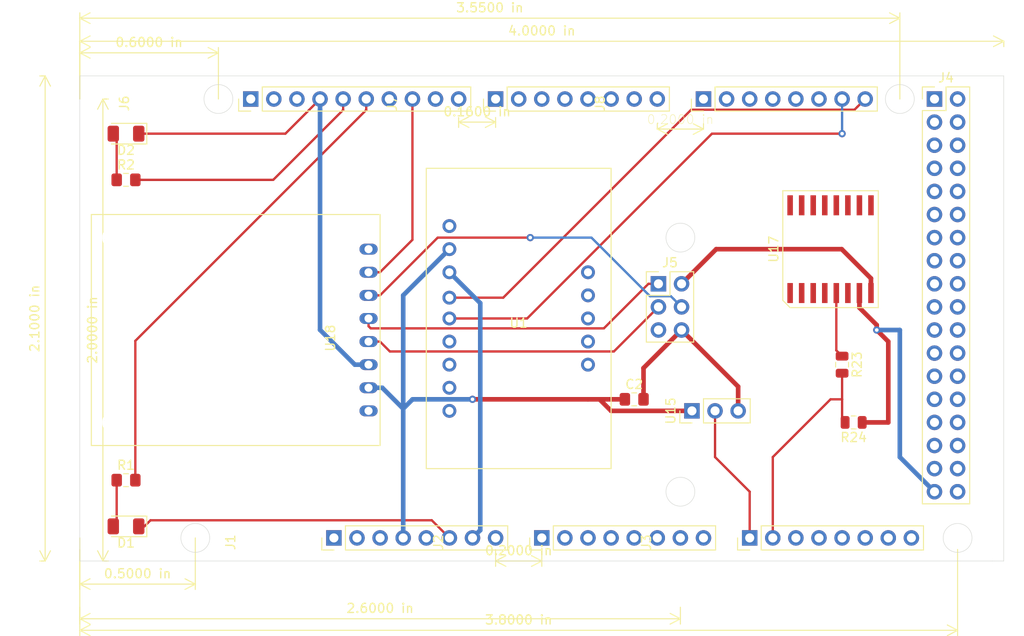
<source format=kicad_pcb>
(kicad_pcb (version 20171130) (host pcbnew "(5.1.5)-3")

  (general
    (thickness 1.6)
    (drawings 22)
    (tracks 104)
    (zones 0)
    (modules 19)
    (nets 112)
  )

  (page A4)
  (layers
    (0 F.Cu signal)
    (31 B.Cu signal)
    (32 B.Adhes user)
    (33 F.Adhes user)
    (34 B.Paste user)
    (35 F.Paste user)
    (36 B.SilkS user)
    (37 F.SilkS user)
    (38 B.Mask user)
    (39 F.Mask user)
    (40 Dwgs.User user)
    (41 Cmts.User user)
    (42 Eco1.User user)
    (43 Eco2.User user)
    (44 Edge.Cuts user)
    (45 Margin user)
    (46 B.CrtYd user)
    (47 F.CrtYd user)
    (48 B.Fab user)
    (49 F.Fab user)
  )

  (setup
    (last_trace_width 0.254)
    (user_trace_width 0.127)
    (user_trace_width 0.254)
    (user_trace_width 0.508)
    (user_trace_width 0.762)
    (trace_clearance 0.2)
    (zone_clearance 0.508)
    (zone_45_only no)
    (trace_min 0.2)
    (via_size 0.8)
    (via_drill 0.4)
    (via_min_size 0.4)
    (via_min_drill 0.3)
    (uvia_size 0.3)
    (uvia_drill 0.1)
    (uvias_allowed no)
    (uvia_min_size 0.2)
    (uvia_min_drill 0.1)
    (edge_width 0.05)
    (segment_width 0.2)
    (pcb_text_width 0.3)
    (pcb_text_size 1.5 1.5)
    (mod_edge_width 0.12)
    (mod_text_size 1 1)
    (mod_text_width 0.15)
    (pad_size 1.7 1.7)
    (pad_drill 1)
    (pad_to_mask_clearance 0.051)
    (solder_mask_min_width 0.25)
    (aux_axis_origin 0 0)
    (grid_origin 26.67 50.8)
    (visible_elements 7FFFFFFF)
    (pcbplotparams
      (layerselection 0x010fc_ffffffff)
      (usegerberextensions false)
      (usegerberattributes false)
      (usegerberadvancedattributes false)
      (creategerberjobfile false)
      (excludeedgelayer true)
      (linewidth 0.100000)
      (plotframeref false)
      (viasonmask false)
      (mode 1)
      (useauxorigin false)
      (hpglpennumber 1)
      (hpglpenspeed 20)
      (hpglpendiameter 15.000000)
      (psnegative false)
      (psa4output false)
      (plotreference true)
      (plotvalue true)
      (plotinvisibletext false)
      (padsonsilk false)
      (subtractmaskfromsilk false)
      (outputformat 1)
      (mirror false)
      (drillshape 1)
      (scaleselection 1)
      (outputdirectory ""))
  )

  (net 0 "")
  (net 1 A3)
  (net 2 GND)
  (net 3 +3V3)
  (net 4 A4)
  (net 5 "Net-(R23-Pad1)")
  (net 6 SDA)
  (net 7 SCL)
  (net 8 "Net-(U17-Pad16)")
  (net 9 "Net-(U17-Pad1)")
  (net 10 "Net-(U17-Pad15)")
  (net 11 "Net-(U17-Pad2)")
  (net 12 "Net-(U17-Pad14)")
  (net 13 "Net-(U17-Pad3)")
  (net 14 "Net-(U17-Pad13)")
  (net 15 "Net-(U17-Pad4)")
  (net 16 "Net-(U17-Pad12)")
  (net 17 "Net-(U17-Pad11)")
  (net 18 "Net-(U17-Pad6)")
  (net 19 "Net-(U17-Pad10)")
  (net 20 "Net-(U17-Pad9)")
  (net 21 +5V)
  (net 22 Vin)
  (net 23 RESET)
  (net 24 IOREF)
  (net 25 "Net-(J1-Pad1)")
  (net 26 A7)
  (net 27 A6)
  (net 28 A5)
  (net 29 A2)
  (net 30 A1)
  (net 31 A0)
  (net 32 CANTX)
  (net 33 CANRX)
  (net 34 DAC1)
  (net 35 DAC2)
  (net 36 A11)
  (net 37 A10)
  (net 38 A9)
  (net 39 A8)
  (net 40 "Net-(J4-Pad17)")
  (net 41 "Net-(J4-Pad16)")
  (net 42 "Net-(J4-Pad15)")
  (net 43 "Net-(J4-Pad14)")
  (net 44 "Net-(J4-Pad13)")
  (net 45 "Net-(J4-Pad12)")
  (net 46 "Net-(J4-Pad11)")
  (net 47 "Net-(J4-Pad10)")
  (net 48 "Net-(J4-Pad9)")
  (net 49 "Net-(J4-Pad8)")
  (net 50 "Net-(J4-Pad7)")
  (net 51 "Net-(J4-Pad6)")
  (net 52 "Net-(J4-Pad5)")
  (net 53 "Net-(J4-Pad4)")
  (net 54 "Net-(J4-Pad3)")
  (net 55 D8)
  (net 56 D9)
  (net 57 D10)
  (net 58 D11)
  (net 59 D12)
  (net 60 D13)
  (net 61 AREF)
  (net 62 SDA1)
  (net 63 SCL1)
  (net 64 D0)
  (net 65 D1)
  (net 66 D2)
  (net 67 D3)
  (net 68 D4)
  (net 69 D5)
  (net 70 D6)
  (net 71 D7)
  (net 72 RX1)
  (net 73 TX1)
  (net 74 RX2)
  (net 75 TX2)
  (net 76 RX3)
  (net 77 TX3)
  (net 78 "Net-(J4-Pad18)")
  (net 79 "Net-(J4-Pad19)")
  (net 80 "Net-(J4-Pad20)")
  (net 81 "Net-(J4-Pad21)")
  (net 82 "Net-(J4-Pad22)")
  (net 83 "Net-(J4-Pad23)")
  (net 84 "Net-(J4-Pad24)")
  (net 85 "Net-(J4-Pad25)")
  (net 86 "Net-(J4-Pad26)")
  (net 87 "Net-(J4-Pad27)")
  (net 88 "Net-(J4-Pad28)")
  (net 89 "Net-(J4-Pad29)")
  (net 90 "Net-(J4-Pad30)")
  (net 91 "Net-(J4-Pad31)")
  (net 92 "Net-(J4-Pad32)")
  (net 93 "Net-(J4-Pad33)")
  (net 94 "Net-(J4-Pad34)")
  (net 95 "Net-(D1-Pad2)")
  (net 96 "Net-(D2-Pad2)")
  (net 97 MOSI)
  (net 98 MISO)
  (net 99 "Net-(U18-Pad1)")
  (net 100 CLK)
  (net 101 "Net-(U18-Pad8)")
  (net 102 "Net-(U1-Pad14)")
  (net 103 "Net-(U1-Pad13)")
  (net 104 "Net-(U1-Pad12)")
  (net 105 "Net-(U1-Pad11)")
  (net 106 "Net-(U1-Pad10)")
  (net 107 "Net-(U1-Pad9)")
  (net 108 "Net-(U1-Pad8)")
  (net 109 "Net-(U1-Pad7)")
  (net 110 "Net-(U1-Pad6)")
  (net 111 "Net-(U1-Pad1)")

  (net_class Default "This is the default net class."
    (clearance 0.2)
    (trace_width 0.25)
    (via_dia 0.8)
    (via_drill 0.4)
    (uvia_dia 0.3)
    (uvia_drill 0.1)
    (add_net +3V3)
    (add_net +5V)
    (add_net A0)
    (add_net A1)
    (add_net A10)
    (add_net A11)
    (add_net A2)
    (add_net A3)
    (add_net A4)
    (add_net A5)
    (add_net A6)
    (add_net A7)
    (add_net A8)
    (add_net A9)
    (add_net AREF)
    (add_net CANRX)
    (add_net CANTX)
    (add_net CLK)
    (add_net D0)
    (add_net D1)
    (add_net D10)
    (add_net D11)
    (add_net D12)
    (add_net D13)
    (add_net D2)
    (add_net D3)
    (add_net D4)
    (add_net D5)
    (add_net D6)
    (add_net D7)
    (add_net D8)
    (add_net D9)
    (add_net DAC1)
    (add_net DAC2)
    (add_net GND)
    (add_net IOREF)
    (add_net MISO)
    (add_net MOSI)
    (add_net "Net-(D1-Pad2)")
    (add_net "Net-(D2-Pad2)")
    (add_net "Net-(J1-Pad1)")
    (add_net "Net-(J4-Pad10)")
    (add_net "Net-(J4-Pad11)")
    (add_net "Net-(J4-Pad12)")
    (add_net "Net-(J4-Pad13)")
    (add_net "Net-(J4-Pad14)")
    (add_net "Net-(J4-Pad15)")
    (add_net "Net-(J4-Pad16)")
    (add_net "Net-(J4-Pad17)")
    (add_net "Net-(J4-Pad18)")
    (add_net "Net-(J4-Pad19)")
    (add_net "Net-(J4-Pad20)")
    (add_net "Net-(J4-Pad21)")
    (add_net "Net-(J4-Pad22)")
    (add_net "Net-(J4-Pad23)")
    (add_net "Net-(J4-Pad24)")
    (add_net "Net-(J4-Pad25)")
    (add_net "Net-(J4-Pad26)")
    (add_net "Net-(J4-Pad27)")
    (add_net "Net-(J4-Pad28)")
    (add_net "Net-(J4-Pad29)")
    (add_net "Net-(J4-Pad3)")
    (add_net "Net-(J4-Pad30)")
    (add_net "Net-(J4-Pad31)")
    (add_net "Net-(J4-Pad32)")
    (add_net "Net-(J4-Pad33)")
    (add_net "Net-(J4-Pad34)")
    (add_net "Net-(J4-Pad4)")
    (add_net "Net-(J4-Pad5)")
    (add_net "Net-(J4-Pad6)")
    (add_net "Net-(J4-Pad7)")
    (add_net "Net-(J4-Pad8)")
    (add_net "Net-(J4-Pad9)")
    (add_net "Net-(R23-Pad1)")
    (add_net "Net-(U1-Pad1)")
    (add_net "Net-(U1-Pad10)")
    (add_net "Net-(U1-Pad11)")
    (add_net "Net-(U1-Pad12)")
    (add_net "Net-(U1-Pad13)")
    (add_net "Net-(U1-Pad14)")
    (add_net "Net-(U1-Pad6)")
    (add_net "Net-(U1-Pad7)")
    (add_net "Net-(U1-Pad8)")
    (add_net "Net-(U1-Pad9)")
    (add_net "Net-(U17-Pad1)")
    (add_net "Net-(U17-Pad10)")
    (add_net "Net-(U17-Pad11)")
    (add_net "Net-(U17-Pad12)")
    (add_net "Net-(U17-Pad13)")
    (add_net "Net-(U17-Pad14)")
    (add_net "Net-(U17-Pad15)")
    (add_net "Net-(U17-Pad16)")
    (add_net "Net-(U17-Pad2)")
    (add_net "Net-(U17-Pad3)")
    (add_net "Net-(U17-Pad4)")
    (add_net "Net-(U17-Pad6)")
    (add_net "Net-(U17-Pad9)")
    (add_net "Net-(U18-Pad1)")
    (add_net "Net-(U18-Pad8)")
    (add_net RESET)
    (add_net RX1)
    (add_net RX2)
    (add_net RX3)
    (add_net SCL)
    (add_net SCL1)
    (add_net SDA)
    (add_net SDA1)
    (add_net TX1)
    (add_net TX2)
    (add_net TX3)
    (add_net Vin)
  )

  (module Connector_PinHeader_2.54mm:PinHeader_1x03_P2.54mm_Vertical (layer F.Cu) (tedit 59FED5CC) (tstamp 5E23D953)
    (at 93.98 87.63 90)
    (descr "Through hole straight pin header, 1x03, 2.54mm pitch, single row")
    (tags "Through hole pin header THT 1x03 2.54mm single row")
    (path /5DFA36DF)
    (fp_text reference U15 (at 0 -2.33 90) (layer F.SilkS)
      (effects (font (size 1 1) (thickness 0.15)))
    )
    (fp_text value TMP36xS (at 0 7.41 90) (layer F.Fab)
      (effects (font (size 1 1) (thickness 0.15)))
    )
    (fp_text user %R (at 0 2.54) (layer F.Fab)
      (effects (font (size 1 1) (thickness 0.15)))
    )
    (fp_line (start 1.8 -1.8) (end -1.8 -1.8) (layer F.CrtYd) (width 0.05))
    (fp_line (start 1.8 6.85) (end 1.8 -1.8) (layer F.CrtYd) (width 0.05))
    (fp_line (start -1.8 6.85) (end 1.8 6.85) (layer F.CrtYd) (width 0.05))
    (fp_line (start -1.8 -1.8) (end -1.8 6.85) (layer F.CrtYd) (width 0.05))
    (fp_line (start -1.33 -1.33) (end 0 -1.33) (layer F.SilkS) (width 0.12))
    (fp_line (start -1.33 0) (end -1.33 -1.33) (layer F.SilkS) (width 0.12))
    (fp_line (start -1.33 1.27) (end 1.33 1.27) (layer F.SilkS) (width 0.12))
    (fp_line (start 1.33 1.27) (end 1.33 6.41) (layer F.SilkS) (width 0.12))
    (fp_line (start -1.33 1.27) (end -1.33 6.41) (layer F.SilkS) (width 0.12))
    (fp_line (start -1.33 6.41) (end 1.33 6.41) (layer F.SilkS) (width 0.12))
    (fp_line (start -1.27 -0.635) (end -0.635 -1.27) (layer F.Fab) (width 0.1))
    (fp_line (start -1.27 6.35) (end -1.27 -0.635) (layer F.Fab) (width 0.1))
    (fp_line (start 1.27 6.35) (end -1.27 6.35) (layer F.Fab) (width 0.1))
    (fp_line (start 1.27 -1.27) (end 1.27 6.35) (layer F.Fab) (width 0.1))
    (fp_line (start -0.635 -1.27) (end 1.27 -1.27) (layer F.Fab) (width 0.1))
    (pad 3 thru_hole oval (at 0 5.08 90) (size 1.7 1.7) (drill 1) (layers *.Cu *.Mask)
      (net 2 GND))
    (pad 2 thru_hole oval (at 0 2.54 90) (size 1.7 1.7) (drill 1) (layers *.Cu *.Mask)
      (net 39 A8))
    (pad 1 thru_hole rect (at 0 0 90) (size 1.7 1.7) (drill 1) (layers *.Cu *.Mask)
      (net 3 +3V3))
    (model ${KISYS3DMOD}/Connector_PinHeader_2.54mm.3dshapes/PinHeader_1x03_P2.54mm_Vertical.wrl
      (at (xyz 0 0 0))
      (scale (xyz 1 1 1))
      (rotate (xyz 0 0 0))
    )
  )

  (module Digital_Board:myLSM9DS1 (layer F.Cu) (tedit 5E2E76BE) (tstamp 5E2EE6F5)
    (at 74.93 77.47)
    (path /5E32C6DE)
    (fp_text reference U1 (at 0 0.5) (layer F.SilkS)
      (effects (font (size 1 1) (thickness 0.15)))
    )
    (fp_text value LSM9DS1 (at -1.27 -0.508) (layer F.Fab)
      (effects (font (size 1 1) (thickness 0.15)))
    )
    (fp_line (start -10.16 -16.51) (end 10.16 -16.51) (layer F.SilkS) (width 0.12))
    (fp_line (start 10.16 -16.51) (end 10.16 16.51) (layer F.SilkS) (width 0.12))
    (fp_line (start 10.16 16.51) (end -10.16 16.51) (layer F.SilkS) (width 0.12))
    (fp_line (start -10.16 16.51) (end -10.16 -16.51) (layer F.SilkS) (width 0.12))
    (pad 1 thru_hole circle (at -7.62 -10.16) (size 1.524 1.524) (drill 0.889) (layers *.Cu *.Mask)
      (net 111 "Net-(U1-Pad1)"))
    (pad 2 thru_hole circle (at -7.62 -7.62) (size 1.524 1.524) (drill 0.889) (layers *.Cu *.Mask)
      (net 3 +3V3))
    (pad 3 thru_hole circle (at -7.62 -5.08) (size 1.524 1.524) (drill 0.889) (layers *.Cu *.Mask)
      (net 2 GND))
    (pad 4 thru_hole circle (at -7.62 -2.286) (size 1.524 1.524) (drill 0.889) (layers *.Cu *.Mask)
      (net 7 SCL))
    (pad 5 thru_hole circle (at -7.62 0) (size 1.524 1.524) (drill 0.889) (layers *.Cu *.Mask)
      (net 6 SDA))
    (pad 6 thru_hole circle (at -7.62 2.54) (size 1.524 1.524) (drill 0.889) (layers *.Cu *.Mask)
      (net 110 "Net-(U1-Pad6)"))
    (pad 7 thru_hole circle (at -7.62 5.08) (size 1.524 1.524) (drill 0.889) (layers *.Cu *.Mask)
      (net 109 "Net-(U1-Pad7)"))
    (pad 8 thru_hole circle (at -7.62 7.62) (size 1.524 1.524) (drill 0.889) (layers *.Cu *.Mask)
      (net 108 "Net-(U1-Pad8)"))
    (pad 9 thru_hole circle (at -7.62 10.16) (size 1.524 1.524) (drill 0.889) (layers *.Cu *.Mask Eco2.User)
      (net 107 "Net-(U1-Pad9)"))
    (pad 10 thru_hole circle (at 7.62 -5.08) (size 1.524 1.524) (drill 0.889) (layers *.Cu *.Mask)
      (net 106 "Net-(U1-Pad10)"))
    (pad 11 thru_hole circle (at 7.62 -2.54) (size 1.524 1.524) (drill 0.889) (layers *.Cu *.Mask)
      (net 105 "Net-(U1-Pad11)"))
    (pad 12 thru_hole circle (at 7.62 0) (size 1.524 1.524) (drill 0.889) (layers *.Cu *.Mask)
      (net 104 "Net-(U1-Pad12)"))
    (pad 13 thru_hole circle (at 7.62 2.54) (size 1.524 1.524) (drill 0.889) (layers *.Cu *.Mask)
      (net 103 "Net-(U1-Pad13)"))
    (pad 14 thru_hole circle (at 7.62 5.08) (size 1.524 1.524) (drill 0.889) (layers *.Cu *.Mask)
      (net 102 "Net-(U1-Pad14)"))
    (pad "" np_thru_hole circle (at -7.62 -13.97) (size 2.54 2.54) (drill 2.54) (layers *.Cu *.Mask))
    (pad "" np_thru_hole circle (at 7.62 -13.97) (size 2.54 2.54) (drill 2.54) (layers *.Cu *.Mask))
    (pad "" np_thru_hole circle (at -7.62 13.97) (size 2.54 2.54) (drill 2.54) (layers *.Cu *.Mask))
    (pad "" np_thru_hole circle (at 7.62 13.97) (size 2.54 2.54) (drill 2.54) (layers *.Cu *.Mask))
  )

  (module Connector_PinHeader_2.54mm:PinHeader_2x03_P2.54mm_Vertical (layer F.Cu) (tedit 59FED5CC) (tstamp 5E2E414A)
    (at 90.297 73.66)
    (descr "Through hole straight pin header, 2x03, 2.54mm pitch, double rows")
    (tags "Through hole pin header THT 2x03 2.54mm double row")
    (path /5E2E61B5)
    (fp_text reference J5 (at 1.27 -2.33) (layer F.SilkS)
      (effects (font (size 1 1) (thickness 0.15)))
    )
    (fp_text value Conn_02x03_Odd_Even (at 1.27 7.41) (layer F.Fab)
      (effects (font (size 1 1) (thickness 0.15)))
    )
    (fp_line (start 0 -1.27) (end 3.81 -1.27) (layer F.Fab) (width 0.1))
    (fp_line (start 3.81 -1.27) (end 3.81 6.35) (layer F.Fab) (width 0.1))
    (fp_line (start 3.81 6.35) (end -1.27 6.35) (layer F.Fab) (width 0.1))
    (fp_line (start -1.27 6.35) (end -1.27 0) (layer F.Fab) (width 0.1))
    (fp_line (start -1.27 0) (end 0 -1.27) (layer F.Fab) (width 0.1))
    (fp_line (start -1.33 6.41) (end 3.87 6.41) (layer F.SilkS) (width 0.12))
    (fp_line (start -1.33 1.27) (end -1.33 6.41) (layer F.SilkS) (width 0.12))
    (fp_line (start 3.87 -1.33) (end 3.87 6.41) (layer F.SilkS) (width 0.12))
    (fp_line (start -1.33 1.27) (end 1.27 1.27) (layer F.SilkS) (width 0.12))
    (fp_line (start 1.27 1.27) (end 1.27 -1.33) (layer F.SilkS) (width 0.12))
    (fp_line (start 1.27 -1.33) (end 3.87 -1.33) (layer F.SilkS) (width 0.12))
    (fp_line (start -1.33 0) (end -1.33 -1.33) (layer F.SilkS) (width 0.12))
    (fp_line (start -1.33 -1.33) (end 0 -1.33) (layer F.SilkS) (width 0.12))
    (fp_line (start -1.8 -1.8) (end -1.8 6.85) (layer F.CrtYd) (width 0.05))
    (fp_line (start -1.8 6.85) (end 4.35 6.85) (layer F.CrtYd) (width 0.05))
    (fp_line (start 4.35 6.85) (end 4.35 -1.8) (layer F.CrtYd) (width 0.05))
    (fp_line (start 4.35 -1.8) (end -1.8 -1.8) (layer F.CrtYd) (width 0.05))
    (fp_text user %R (at 1.27 2.54 90) (layer F.Fab)
      (effects (font (size 1 1) (thickness 0.15)))
    )
    (pad 1 thru_hole rect (at 0 0) (size 1.7 1.7) (drill 1) (layers *.Cu *.Mask)
      (net 98 MISO))
    (pad 2 thru_hole oval (at 2.54 0) (size 1.7 1.7) (drill 1) (layers *.Cu *.Mask)
      (net 21 +5V))
    (pad 3 thru_hole oval (at 0 2.54) (size 1.7 1.7) (drill 1) (layers *.Cu *.Mask)
      (net 100 CLK))
    (pad 4 thru_hole oval (at 2.54 2.54) (size 1.7 1.7) (drill 1) (layers *.Cu *.Mask)
      (net 97 MOSI))
    (pad 5 thru_hole oval (at 0 5.08) (size 1.7 1.7) (drill 1) (layers *.Cu *.Mask)
      (net 23 RESET))
    (pad 6 thru_hole oval (at 2.54 5.08) (size 1.7 1.7) (drill 1) (layers *.Cu *.Mask)
      (net 2 GND))
    (model ${KISYS3DMOD}/Connector_PinHeader_2.54mm.3dshapes/PinHeader_2x03_P2.54mm_Vertical.wrl
      (at (xyz 0 0 0))
      (scale (xyz 1 1 1))
      (rotate (xyz 0 0 0))
    )
  )

  (module Connector_PinHeader_2.54mm:PinHeader_1x08_P2.54mm_Vertical (layer F.Cu) (tedit 59FED5CC) (tstamp 5E251FCE)
    (at 95.25 53.34 90)
    (descr "Through hole straight pin header, 1x08, 2.54mm pitch, single row")
    (tags "Through hole pin header THT 1x08 2.54mm single row")
    (path /5E268EE6)
    (fp_text reference J8 (at -0.48 -11.36 90) (layer F.SilkS)
      (effects (font (size 1 1) (thickness 0.15)))
    )
    (fp_text value Conn_01x08_Male (at -0.48 11.36 90) (layer F.Fab)
      (effects (font (size 1 1) (thickness 0.15)))
    )
    (fp_text user %R (at -0.48 0) (layer F.Fab)
      (effects (font (size 1 1) (thickness 0.15)))
    )
    (fp_line (start 1.8 -1.8) (end -1.8 -1.8) (layer F.CrtYd) (width 0.05))
    (fp_line (start 1.8 19.55) (end 1.8 -1.8) (layer F.CrtYd) (width 0.05))
    (fp_line (start -1.8 19.55) (end 1.8 19.55) (layer F.CrtYd) (width 0.05))
    (fp_line (start -1.8 -1.8) (end -1.8 19.55) (layer F.CrtYd) (width 0.05))
    (fp_line (start -1.33 -1.33) (end 0 -1.33) (layer F.SilkS) (width 0.12))
    (fp_line (start -1.33 0) (end -1.33 -1.33) (layer F.SilkS) (width 0.12))
    (fp_line (start -1.33 1.27) (end 1.33 1.27) (layer F.SilkS) (width 0.12))
    (fp_line (start 1.33 1.27) (end 1.33 19.11) (layer F.SilkS) (width 0.12))
    (fp_line (start -1.33 1.27) (end -1.33 19.11) (layer F.SilkS) (width 0.12))
    (fp_line (start -1.33 19.11) (end 1.33 19.11) (layer F.SilkS) (width 0.12))
    (fp_line (start -1.27 -0.635) (end -0.635 -1.27) (layer F.Fab) (width 0.1))
    (fp_line (start -1.27 19.05) (end -1.27 -0.635) (layer F.Fab) (width 0.1))
    (fp_line (start 1.27 19.05) (end -1.27 19.05) (layer F.Fab) (width 0.1))
    (fp_line (start 1.27 -1.27) (end 1.27 19.05) (layer F.Fab) (width 0.1))
    (fp_line (start -0.635 -1.27) (end 1.27 -1.27) (layer F.Fab) (width 0.1))
    (pad 8 thru_hole oval (at 0 17.78 90) (size 1.7 1.7) (drill 1) (layers *.Cu *.Mask)
      (net 7 SCL))
    (pad 7 thru_hole oval (at 0 15.24 90) (size 1.7 1.7) (drill 1) (layers *.Cu *.Mask)
      (net 6 SDA))
    (pad 6 thru_hole oval (at 0 12.7 90) (size 1.7 1.7) (drill 1) (layers *.Cu *.Mask)
      (net 72 RX1))
    (pad 5 thru_hole oval (at 0 10.16 90) (size 1.7 1.7) (drill 1) (layers *.Cu *.Mask)
      (net 73 TX1))
    (pad 4 thru_hole oval (at 0 7.62 90) (size 1.7 1.7) (drill 1) (layers *.Cu *.Mask)
      (net 74 RX2))
    (pad 3 thru_hole oval (at 0 5.08 90) (size 1.7 1.7) (drill 1) (layers *.Cu *.Mask)
      (net 75 TX2))
    (pad 2 thru_hole oval (at 0 2.54 90) (size 1.7 1.7) (drill 1) (layers *.Cu *.Mask)
      (net 76 RX3))
    (pad 1 thru_hole rect (at 0 0 90) (size 1.7 1.7) (drill 1) (layers *.Cu *.Mask)
      (net 77 TX3))
    (model ${KISYS3DMOD}/Connector_PinHeader_2.54mm.3dshapes/PinHeader_1x08_P2.54mm_Vertical.wrl
      (at (xyz 0 0 0))
      (scale (xyz 1 1 1))
      (rotate (xyz 0 0 0))
    )
  )

  (module Connector_PinHeader_2.54mm:PinHeader_1x08_P2.54mm_Vertical (layer F.Cu) (tedit 59FED5CC) (tstamp 5E251F59)
    (at 72.39 53.34 90)
    (descr "Through hole straight pin header, 1x08, 2.54mm pitch, single row")
    (tags "Through hole pin header THT 1x08 2.54mm single row")
    (path /5E25D888)
    (fp_text reference J7 (at -0.48 -11.36 90) (layer F.SilkS)
      (effects (font (size 1 1) (thickness 0.15)))
    )
    (fp_text value Conn_01x08_Male (at -0.48 11.36 90) (layer F.Fab)
      (effects (font (size 1 1) (thickness 0.15)))
    )
    (fp_text user %R (at -0.48 0) (layer F.Fab)
      (effects (font (size 1 1) (thickness 0.15)))
    )
    (fp_line (start 1.8 -1.8) (end -1.8 -1.8) (layer F.CrtYd) (width 0.05))
    (fp_line (start 1.8 19.55) (end 1.8 -1.8) (layer F.CrtYd) (width 0.05))
    (fp_line (start -1.8 19.55) (end 1.8 19.55) (layer F.CrtYd) (width 0.05))
    (fp_line (start -1.8 -1.8) (end -1.8 19.55) (layer F.CrtYd) (width 0.05))
    (fp_line (start -1.33 -1.33) (end 0 -1.33) (layer F.SilkS) (width 0.12))
    (fp_line (start -1.33 0) (end -1.33 -1.33) (layer F.SilkS) (width 0.12))
    (fp_line (start -1.33 1.27) (end 1.33 1.27) (layer F.SilkS) (width 0.12))
    (fp_line (start 1.33 1.27) (end 1.33 19.11) (layer F.SilkS) (width 0.12))
    (fp_line (start -1.33 1.27) (end -1.33 19.11) (layer F.SilkS) (width 0.12))
    (fp_line (start -1.33 19.11) (end 1.33 19.11) (layer F.SilkS) (width 0.12))
    (fp_line (start -1.27 -0.635) (end -0.635 -1.27) (layer F.Fab) (width 0.1))
    (fp_line (start -1.27 19.05) (end -1.27 -0.635) (layer F.Fab) (width 0.1))
    (fp_line (start 1.27 19.05) (end -1.27 19.05) (layer F.Fab) (width 0.1))
    (fp_line (start 1.27 -1.27) (end 1.27 19.05) (layer F.Fab) (width 0.1))
    (fp_line (start -0.635 -1.27) (end 1.27 -1.27) (layer F.Fab) (width 0.1))
    (pad 8 thru_hole oval (at 0 17.78 90) (size 1.7 1.7) (drill 1) (layers *.Cu *.Mask)
      (net 64 D0))
    (pad 7 thru_hole oval (at 0 15.24 90) (size 1.7 1.7) (drill 1) (layers *.Cu *.Mask)
      (net 65 D1))
    (pad 6 thru_hole oval (at 0 12.7 90) (size 1.7 1.7) (drill 1) (layers *.Cu *.Mask)
      (net 66 D2))
    (pad 5 thru_hole oval (at 0 10.16 90) (size 1.7 1.7) (drill 1) (layers *.Cu *.Mask)
      (net 67 D3))
    (pad 4 thru_hole oval (at 0 7.62 90) (size 1.7 1.7) (drill 1) (layers *.Cu *.Mask)
      (net 68 D4))
    (pad 3 thru_hole oval (at 0 5.08 90) (size 1.7 1.7) (drill 1) (layers *.Cu *.Mask)
      (net 69 D5))
    (pad 2 thru_hole oval (at 0 2.54 90) (size 1.7 1.7) (drill 1) (layers *.Cu *.Mask)
      (net 70 D6))
    (pad 1 thru_hole rect (at 0 0 90) (size 1.7 1.7) (drill 1) (layers *.Cu *.Mask)
      (net 71 D7))
    (model ${KISYS3DMOD}/Connector_PinHeader_2.54mm.3dshapes/PinHeader_1x08_P2.54mm_Vertical.wrl
      (at (xyz 0 0 0))
      (scale (xyz 1 1 1))
      (rotate (xyz 0 0 0))
    )
  )

  (module Connector_PinHeader_2.54mm:PinHeader_1x08_P2.54mm_Vertical (layer F.Cu) (tedit 59FED5CC) (tstamp 5E251C7D)
    (at 100.33 101.6 90)
    (descr "Through hole straight pin header, 1x08, 2.54mm pitch, single row")
    (tags "Through hole pin header THT 1x08 2.54mm single row")
    (path /5E255A1E)
    (fp_text reference J3 (at -0.48 -11.36 90) (layer F.SilkS)
      (effects (font (size 1 1) (thickness 0.15)))
    )
    (fp_text value Conn_01x08_Male (at -0.48 11.36 90) (layer F.Fab)
      (effects (font (size 1 1) (thickness 0.15)))
    )
    (fp_text user %R (at -0.48 0) (layer F.Fab)
      (effects (font (size 1 1) (thickness 0.15)))
    )
    (fp_line (start 1.8 -1.8) (end -1.8 -1.8) (layer F.CrtYd) (width 0.05))
    (fp_line (start 1.8 19.55) (end 1.8 -1.8) (layer F.CrtYd) (width 0.05))
    (fp_line (start -1.8 19.55) (end 1.8 19.55) (layer F.CrtYd) (width 0.05))
    (fp_line (start -1.8 -1.8) (end -1.8 19.55) (layer F.CrtYd) (width 0.05))
    (fp_line (start -1.33 -1.33) (end 0 -1.33) (layer F.SilkS) (width 0.12))
    (fp_line (start -1.33 0) (end -1.33 -1.33) (layer F.SilkS) (width 0.12))
    (fp_line (start -1.33 1.27) (end 1.33 1.27) (layer F.SilkS) (width 0.12))
    (fp_line (start 1.33 1.27) (end 1.33 19.11) (layer F.SilkS) (width 0.12))
    (fp_line (start -1.33 1.27) (end -1.33 19.11) (layer F.SilkS) (width 0.12))
    (fp_line (start -1.33 19.11) (end 1.33 19.11) (layer F.SilkS) (width 0.12))
    (fp_line (start -1.27 -0.635) (end -0.635 -1.27) (layer F.Fab) (width 0.1))
    (fp_line (start -1.27 19.05) (end -1.27 -0.635) (layer F.Fab) (width 0.1))
    (fp_line (start 1.27 19.05) (end -1.27 19.05) (layer F.Fab) (width 0.1))
    (fp_line (start 1.27 -1.27) (end 1.27 19.05) (layer F.Fab) (width 0.1))
    (fp_line (start -0.635 -1.27) (end 1.27 -1.27) (layer F.Fab) (width 0.1))
    (pad 8 thru_hole oval (at 0 17.78 90) (size 1.7 1.7) (drill 1) (layers *.Cu *.Mask)
      (net 32 CANTX))
    (pad 7 thru_hole oval (at 0 15.24 90) (size 1.7 1.7) (drill 1) (layers *.Cu *.Mask)
      (net 33 CANRX))
    (pad 6 thru_hole oval (at 0 12.7 90) (size 1.7 1.7) (drill 1) (layers *.Cu *.Mask)
      (net 34 DAC1))
    (pad 5 thru_hole oval (at 0 10.16 90) (size 1.7 1.7) (drill 1) (layers *.Cu *.Mask)
      (net 35 DAC2))
    (pad 4 thru_hole oval (at 0 7.62 90) (size 1.7 1.7) (drill 1) (layers *.Cu *.Mask)
      (net 36 A11))
    (pad 3 thru_hole oval (at 0 5.08 90) (size 1.7 1.7) (drill 1) (layers *.Cu *.Mask)
      (net 37 A10))
    (pad 2 thru_hole oval (at 0 2.54 90) (size 1.7 1.7) (drill 1) (layers *.Cu *.Mask)
      (net 38 A9))
    (pad 1 thru_hole rect (at 0 0 90) (size 1.7 1.7) (drill 1) (layers *.Cu *.Mask)
      (net 39 A8))
    (model ${KISYS3DMOD}/Connector_PinHeader_2.54mm.3dshapes/PinHeader_1x08_P2.54mm_Vertical.wrl
      (at (xyz 0 0 0))
      (scale (xyz 1 1 1))
      (rotate (xyz 0 0 0))
    )
  )

  (module Connector_PinHeader_2.54mm:PinHeader_1x08_P2.54mm_Vertical (layer F.Cu) (tedit 59FED5CC) (tstamp 5E251C08)
    (at 77.47 101.6 90)
    (descr "Through hole straight pin header, 1x08, 2.54mm pitch, single row")
    (tags "Through hole pin header THT 1x08 2.54mm single row")
    (path /5E25523E)
    (fp_text reference J2 (at -0.48 -11.36 90) (layer F.SilkS)
      (effects (font (size 1 1) (thickness 0.15)))
    )
    (fp_text value Conn_01x08_Male (at -0.48 11.36 90) (layer F.Fab)
      (effects (font (size 1 1) (thickness 0.15)))
    )
    (fp_text user %R (at -0.48 0) (layer F.Fab)
      (effects (font (size 1 1) (thickness 0.15)))
    )
    (fp_line (start 1.8 -1.8) (end -1.8 -1.8) (layer F.CrtYd) (width 0.05))
    (fp_line (start 1.8 19.55) (end 1.8 -1.8) (layer F.CrtYd) (width 0.05))
    (fp_line (start -1.8 19.55) (end 1.8 19.55) (layer F.CrtYd) (width 0.05))
    (fp_line (start -1.8 -1.8) (end -1.8 19.55) (layer F.CrtYd) (width 0.05))
    (fp_line (start -1.33 -1.33) (end 0 -1.33) (layer F.SilkS) (width 0.12))
    (fp_line (start -1.33 0) (end -1.33 -1.33) (layer F.SilkS) (width 0.12))
    (fp_line (start -1.33 1.27) (end 1.33 1.27) (layer F.SilkS) (width 0.12))
    (fp_line (start 1.33 1.27) (end 1.33 19.11) (layer F.SilkS) (width 0.12))
    (fp_line (start -1.33 1.27) (end -1.33 19.11) (layer F.SilkS) (width 0.12))
    (fp_line (start -1.33 19.11) (end 1.33 19.11) (layer F.SilkS) (width 0.12))
    (fp_line (start -1.27 -0.635) (end -0.635 -1.27) (layer F.Fab) (width 0.1))
    (fp_line (start -1.27 19.05) (end -1.27 -0.635) (layer F.Fab) (width 0.1))
    (fp_line (start 1.27 19.05) (end -1.27 19.05) (layer F.Fab) (width 0.1))
    (fp_line (start 1.27 -1.27) (end 1.27 19.05) (layer F.Fab) (width 0.1))
    (fp_line (start -0.635 -1.27) (end 1.27 -1.27) (layer F.Fab) (width 0.1))
    (pad 8 thru_hole oval (at 0 17.78 90) (size 1.7 1.7) (drill 1) (layers *.Cu *.Mask)
      (net 26 A7))
    (pad 7 thru_hole oval (at 0 15.24 90) (size 1.7 1.7) (drill 1) (layers *.Cu *.Mask)
      (net 27 A6))
    (pad 6 thru_hole oval (at 0 12.7 90) (size 1.7 1.7) (drill 1) (layers *.Cu *.Mask)
      (net 28 A5))
    (pad 5 thru_hole oval (at 0 10.16 90) (size 1.7 1.7) (drill 1) (layers *.Cu *.Mask)
      (net 4 A4))
    (pad 4 thru_hole oval (at 0 7.62 90) (size 1.7 1.7) (drill 1) (layers *.Cu *.Mask)
      (net 1 A3))
    (pad 3 thru_hole oval (at 0 5.08 90) (size 1.7 1.7) (drill 1) (layers *.Cu *.Mask)
      (net 29 A2))
    (pad 2 thru_hole oval (at 0 2.54 90) (size 1.7 1.7) (drill 1) (layers *.Cu *.Mask)
      (net 30 A1))
    (pad 1 thru_hole rect (at 0 0 90) (size 1.7 1.7) (drill 1) (layers *.Cu *.Mask)
      (net 31 A0))
    (model ${KISYS3DMOD}/Connector_PinHeader_2.54mm.3dshapes/PinHeader_1x08_P2.54mm_Vertical.wrl
      (at (xyz 0 0 0))
      (scale (xyz 1 1 1))
      (rotate (xyz 0 0 0))
    )
  )

  (module Connector_PinHeader_2.54mm:PinHeader_1x08_P2.54mm_Vertical (layer F.Cu) (tedit 59FED5CC) (tstamp 5E251B93)
    (at 54.61 101.6 90)
    (descr "Through hole straight pin header, 1x08, 2.54mm pitch, single row")
    (tags "Through hole pin header THT 1x08 2.54mm single row")
    (path /5E2568CF)
    (fp_text reference J1 (at -0.48 -11.36 90) (layer F.SilkS)
      (effects (font (size 1 1) (thickness 0.15)))
    )
    (fp_text value Conn_01x08_Male (at -0.48 11.36 90) (layer F.Fab)
      (effects (font (size 1 1) (thickness 0.15)))
    )
    (fp_line (start -0.635 -1.27) (end 1.27 -1.27) (layer F.Fab) (width 0.1))
    (fp_line (start 1.27 -1.27) (end 1.27 19.05) (layer F.Fab) (width 0.1))
    (fp_line (start 1.27 19.05) (end -1.27 19.05) (layer F.Fab) (width 0.1))
    (fp_line (start -1.27 19.05) (end -1.27 -0.635) (layer F.Fab) (width 0.1))
    (fp_line (start -1.27 -0.635) (end -0.635 -1.27) (layer F.Fab) (width 0.1))
    (fp_line (start -1.33 19.11) (end 1.33 19.11) (layer F.SilkS) (width 0.12))
    (fp_line (start -1.33 1.27) (end -1.33 19.11) (layer F.SilkS) (width 0.12))
    (fp_line (start 1.33 1.27) (end 1.33 19.11) (layer F.SilkS) (width 0.12))
    (fp_line (start -1.33 1.27) (end 1.33 1.27) (layer F.SilkS) (width 0.12))
    (fp_line (start -1.33 0) (end -1.33 -1.33) (layer F.SilkS) (width 0.12))
    (fp_line (start -1.33 -1.33) (end 0 -1.33) (layer F.SilkS) (width 0.12))
    (fp_line (start -1.8 -1.8) (end -1.8 19.55) (layer F.CrtYd) (width 0.05))
    (fp_line (start -1.8 19.55) (end 1.8 19.55) (layer F.CrtYd) (width 0.05))
    (fp_line (start 1.8 19.55) (end 1.8 -1.8) (layer F.CrtYd) (width 0.05))
    (fp_line (start 1.8 -1.8) (end -1.8 -1.8) (layer F.CrtYd) (width 0.05))
    (fp_text user %R (at -0.48 0) (layer F.Fab)
      (effects (font (size 1 1) (thickness 0.15)))
    )
    (pad 1 thru_hole rect (at 0 0 90) (size 1.7 1.7) (drill 1) (layers *.Cu *.Mask)
      (net 25 "Net-(J1-Pad1)"))
    (pad 2 thru_hole oval (at 0 2.54 90) (size 1.7 1.7) (drill 1) (layers *.Cu *.Mask)
      (net 24 IOREF))
    (pad 3 thru_hole oval (at 0 5.08 90) (size 1.7 1.7) (drill 1) (layers *.Cu *.Mask)
      (net 23 RESET))
    (pad 4 thru_hole oval (at 0 7.62 90) (size 1.7 1.7) (drill 1) (layers *.Cu *.Mask)
      (net 3 +3V3))
    (pad 5 thru_hole oval (at 0 10.16 90) (size 1.7 1.7) (drill 1) (layers *.Cu *.Mask)
      (net 21 +5V))
    (pad 6 thru_hole oval (at 0 12.7 90) (size 1.7 1.7) (drill 1) (layers *.Cu *.Mask)
      (net 2 GND))
    (pad 7 thru_hole oval (at 0 15.24 90) (size 1.7 1.7) (drill 1) (layers *.Cu *.Mask)
      (net 2 GND))
    (pad 8 thru_hole oval (at 0 17.78 90) (size 1.7 1.7) (drill 1) (layers *.Cu *.Mask)
      (net 22 Vin))
    (model ${KISYS3DMOD}/Connector_PinHeader_2.54mm.3dshapes/PinHeader_1x08_P2.54mm_Vertical.wrl
      (at (xyz 0 0 0))
      (scale (xyz 1 1 1))
      (rotate (xyz 0 0 0))
    )
  )

  (module Connector_PinHeader_2.54mm:PinHeader_1x10_P2.54mm_Vertical (layer F.Cu) (tedit 59FED5CC) (tstamp 5E251EE4)
    (at 45.466 53.34 90)
    (descr "Through hole straight pin header, 1x10, 2.54mm pitch, single row")
    (tags "Through hole pin header THT 1x10 2.54mm single row")
    (path /5E264E59)
    (fp_text reference J6 (at -0.48 -13.9 90) (layer F.SilkS)
      (effects (font (size 1 1) (thickness 0.15)))
    )
    (fp_text value Conn_01x10_Male (at -0.48 13.9 90) (layer F.Fab)
      (effects (font (size 1 1) (thickness 0.15)))
    )
    (fp_line (start -0.635 -1.27) (end 1.27 -1.27) (layer F.Fab) (width 0.1))
    (fp_line (start 1.27 -1.27) (end 1.27 24.13) (layer F.Fab) (width 0.1))
    (fp_line (start 1.27 24.13) (end -1.27 24.13) (layer F.Fab) (width 0.1))
    (fp_line (start -1.27 24.13) (end -1.27 -0.635) (layer F.Fab) (width 0.1))
    (fp_line (start -1.27 -0.635) (end -0.635 -1.27) (layer F.Fab) (width 0.1))
    (fp_line (start -1.33 24.19) (end 1.33 24.19) (layer F.SilkS) (width 0.12))
    (fp_line (start -1.33 1.27) (end -1.33 24.19) (layer F.SilkS) (width 0.12))
    (fp_line (start 1.33 1.27) (end 1.33 24.19) (layer F.SilkS) (width 0.12))
    (fp_line (start -1.33 1.27) (end 1.33 1.27) (layer F.SilkS) (width 0.12))
    (fp_line (start -1.33 0) (end -1.33 -1.33) (layer F.SilkS) (width 0.12))
    (fp_line (start -1.33 -1.33) (end 0 -1.33) (layer F.SilkS) (width 0.12))
    (fp_line (start -1.8 -1.8) (end -1.8 24.65) (layer F.CrtYd) (width 0.05))
    (fp_line (start -1.8 24.65) (end 1.8 24.65) (layer F.CrtYd) (width 0.05))
    (fp_line (start 1.8 24.65) (end 1.8 -1.8) (layer F.CrtYd) (width 0.05))
    (fp_line (start 1.8 -1.8) (end -1.8 -1.8) (layer F.CrtYd) (width 0.05))
    (fp_text user %R (at -0.48 0) (layer F.Fab)
      (effects (font (size 1 1) (thickness 0.15)))
    )
    (pad 1 thru_hole rect (at 0 0 90) (size 1.7 1.7) (drill 1) (layers *.Cu *.Mask)
      (net 63 SCL1))
    (pad 2 thru_hole oval (at 0 2.54 90) (size 1.7 1.7) (drill 1) (layers *.Cu *.Mask)
      (net 62 SDA1))
    (pad 3 thru_hole oval (at 0 5.08 90) (size 1.7 1.7) (drill 1) (layers *.Cu *.Mask)
      (net 61 AREF))
    (pad 4 thru_hole oval (at 0 7.62 90) (size 1.7 1.7) (drill 1) (layers *.Cu *.Mask)
      (net 2 GND))
    (pad 5 thru_hole oval (at 0 10.16 90) (size 1.7 1.7) (drill 1) (layers *.Cu *.Mask)
      (net 60 D13))
    (pad 6 thru_hole oval (at 0 12.7 90) (size 1.7 1.7) (drill 1) (layers *.Cu *.Mask)
      (net 59 D12))
    (pad 7 thru_hole oval (at 0 15.24 90) (size 1.7 1.7) (drill 1) (layers *.Cu *.Mask)
      (net 58 D11))
    (pad 8 thru_hole oval (at 0 17.78 90) (size 1.7 1.7) (drill 1) (layers *.Cu *.Mask)
      (net 57 D10))
    (pad 9 thru_hole oval (at 0 20.32 90) (size 1.7 1.7) (drill 1) (layers *.Cu *.Mask)
      (net 56 D9))
    (pad 10 thru_hole oval (at 0 22.86 90) (size 1.7 1.7) (drill 1) (layers *.Cu *.Mask)
      (net 55 D8))
    (model ${KISYS3DMOD}/Connector_PinHeader_2.54mm.3dshapes/PinHeader_1x10_P2.54mm_Vertical.wrl
      (at (xyz 0 0 0))
      (scale (xyz 1 1 1))
      (rotate (xyz 0 0 0))
    )
  )

  (module Resistor_SMD:R_0805_2012Metric (layer F.Cu) (tedit 5B36C52B) (tstamp 5E23EE07)
    (at 110.49 82.55 270)
    (descr "Resistor SMD 0805 (2012 Metric), square (rectangular) end terminal, IPC_7351 nominal, (Body size source: https://docs.google.com/spreadsheets/d/1BsfQQcO9C6DZCsRaXUlFlo91Tg2WpOkGARC1WS5S8t0/edit?usp=sharing), generated with kicad-footprint-generator")
    (tags resistor)
    (path /5E250C1B)
    (attr smd)
    (fp_text reference R23 (at 0 -1.65 90) (layer F.SilkS)
      (effects (font (size 1 1) (thickness 0.15)))
    )
    (fp_text value 1k (at 0 1.65 90) (layer F.Fab)
      (effects (font (size 1 1) (thickness 0.15)))
    )
    (fp_line (start -1 0.6) (end -1 -0.6) (layer F.Fab) (width 0.1))
    (fp_line (start -1 -0.6) (end 1 -0.6) (layer F.Fab) (width 0.1))
    (fp_line (start 1 -0.6) (end 1 0.6) (layer F.Fab) (width 0.1))
    (fp_line (start 1 0.6) (end -1 0.6) (layer F.Fab) (width 0.1))
    (fp_line (start -0.258578 -0.71) (end 0.258578 -0.71) (layer F.SilkS) (width 0.12))
    (fp_line (start -0.258578 0.71) (end 0.258578 0.71) (layer F.SilkS) (width 0.12))
    (fp_line (start -1.68 0.95) (end -1.68 -0.95) (layer F.CrtYd) (width 0.05))
    (fp_line (start -1.68 -0.95) (end 1.68 -0.95) (layer F.CrtYd) (width 0.05))
    (fp_line (start 1.68 -0.95) (end 1.68 0.95) (layer F.CrtYd) (width 0.05))
    (fp_line (start 1.68 0.95) (end -1.68 0.95) (layer F.CrtYd) (width 0.05))
    (fp_text user %R (at 0 0 90) (layer F.Fab)
      (effects (font (size 0.5 0.5) (thickness 0.08)))
    )
    (pad 1 smd roundrect (at -0.9375 0 270) (size 0.975 1.4) (layers F.Cu F.Paste F.Mask) (roundrect_rratio 0.25)
      (net 5 "Net-(R23-Pad1)"))
    (pad 2 smd roundrect (at 0.9375 0 270) (size 0.975 1.4) (layers F.Cu F.Paste F.Mask) (roundrect_rratio 0.25)
      (net 38 A9))
    (model ${KISYS3DMOD}/Resistor_SMD.3dshapes/R_0805_2012Metric.wrl
      (at (xyz 0 0 0))
      (scale (xyz 1 1 1))
      (rotate (xyz 0 0 0))
    )
  )

  (module Resistor_SMD:R_0805_2012Metric (layer F.Cu) (tedit 5B36C52B) (tstamp 5E23EE18)
    (at 111.76 88.9 180)
    (descr "Resistor SMD 0805 (2012 Metric), square (rectangular) end terminal, IPC_7351 nominal, (Body size source: https://docs.google.com/spreadsheets/d/1BsfQQcO9C6DZCsRaXUlFlo91Tg2WpOkGARC1WS5S8t0/edit?usp=sharing), generated with kicad-footprint-generator")
    (tags resistor)
    (path /5E25F5A1)
    (attr smd)
    (fp_text reference R24 (at 0 -1.65) (layer F.SilkS)
      (effects (font (size 1 1) (thickness 0.15)))
    )
    (fp_text value 2k (at 0 1.65) (layer F.Fab)
      (effects (font (size 1 1) (thickness 0.15)))
    )
    (fp_text user %R (at 0 0) (layer F.Fab)
      (effects (font (size 0.5 0.5) (thickness 0.08)))
    )
    (fp_line (start 1.68 0.95) (end -1.68 0.95) (layer F.CrtYd) (width 0.05))
    (fp_line (start 1.68 -0.95) (end 1.68 0.95) (layer F.CrtYd) (width 0.05))
    (fp_line (start -1.68 -0.95) (end 1.68 -0.95) (layer F.CrtYd) (width 0.05))
    (fp_line (start -1.68 0.95) (end -1.68 -0.95) (layer F.CrtYd) (width 0.05))
    (fp_line (start -0.258578 0.71) (end 0.258578 0.71) (layer F.SilkS) (width 0.12))
    (fp_line (start -0.258578 -0.71) (end 0.258578 -0.71) (layer F.SilkS) (width 0.12))
    (fp_line (start 1 0.6) (end -1 0.6) (layer F.Fab) (width 0.1))
    (fp_line (start 1 -0.6) (end 1 0.6) (layer F.Fab) (width 0.1))
    (fp_line (start -1 -0.6) (end 1 -0.6) (layer F.Fab) (width 0.1))
    (fp_line (start -1 0.6) (end -1 -0.6) (layer F.Fab) (width 0.1))
    (pad 2 smd roundrect (at 0.9375 0 180) (size 0.975 1.4) (layers F.Cu F.Paste F.Mask) (roundrect_rratio 0.25)
      (net 38 A9))
    (pad 1 smd roundrect (at -0.9375 0 180) (size 0.975 1.4) (layers F.Cu F.Paste F.Mask) (roundrect_rratio 0.25)
      (net 2 GND))
    (model ${KISYS3DMOD}/Resistor_SMD.3dshapes/R_0805_2012Metric.wrl
      (at (xyz 0 0 0))
      (scale (xyz 1 1 1))
      (rotate (xyz 0 0 0))
    )
  )

  (module Digital_Board:MMA1210 (layer F.Cu) (tedit 0) (tstamp 5E23EE87)
    (at 109.22 69.85)
    (path /5DF6E3C1)
    (attr smd)
    (fp_text reference U17 (at -6.25 0 90) (layer F.SilkS)
      (effects (font (size 1 1) (thickness 0.15)))
    )
    (fp_text value MMA1210 (at 0 0) (layer F.Fab)
      (effects (font (size 1 1) (thickness 0.15)))
    )
    (fp_line (start -5 6.18) (end -5 -6.18) (layer F.CrtYd) (width 0.05))
    (fp_line (start 5 6.18) (end -5 6.18) (layer F.CrtYd) (width 0.05))
    (fp_line (start 5 -6.18) (end 5 6.18) (layer F.CrtYd) (width 0.05))
    (fp_line (start -5 -6.18) (end 5 -6.18) (layer F.CrtYd) (width 0.05))
    (fp_line (start 5.25 6.4265) (end -4.45 6.4265) (layer F.SilkS) (width 0.12))
    (fp_line (start 5.25 -6.4265) (end 5.25 6.4265) (layer F.SilkS) (width 0.12))
    (fp_line (start -5.25 -6.4265) (end 5.25 -6.4265) (layer F.SilkS) (width 0.12))
    (fp_line (start -5.25 5.6265) (end -5.25 -6.4265) (layer F.SilkS) (width 0.12))
    (fp_line (start -4.45 6.4265) (end -5.25 5.6265) (layer F.SilkS) (width 0.12))
    (pad 8 smd rect (at 4.445 4.825) (size 0.61 2.203) (layers F.Cu F.Paste F.Mask)
      (net 21 +5V))
    (pad 9 smd rect (at 4.445 -4.825) (size 0.61 2.203) (layers F.Cu F.Paste F.Mask)
      (net 20 "Net-(U17-Pad9)"))
    (pad 7 smd rect (at 3.175 4.825) (size 0.61 2.203) (layers F.Cu F.Paste F.Mask)
      (net 2 GND))
    (pad 10 smd rect (at 3.175 -4.825) (size 0.61 2.203) (layers F.Cu F.Paste F.Mask)
      (net 19 "Net-(U17-Pad10)"))
    (pad 6 smd rect (at 1.905 4.825) (size 0.61 2.203) (layers F.Cu F.Paste F.Mask)
      (net 18 "Net-(U17-Pad6)"))
    (pad 11 smd rect (at 1.905 -4.825) (size 0.61 2.203) (layers F.Cu F.Paste F.Mask)
      (net 17 "Net-(U17-Pad11)"))
    (pad 5 smd rect (at 0.635 4.825) (size 0.61 2.203) (layers F.Cu F.Paste F.Mask)
      (net 5 "Net-(R23-Pad1)"))
    (pad 12 smd rect (at 0.635 -4.825) (size 0.61 2.203) (layers F.Cu F.Paste F.Mask)
      (net 16 "Net-(U17-Pad12)"))
    (pad 4 smd rect (at -0.635 4.825) (size 0.61 2.203) (layers F.Cu F.Paste F.Mask)
      (net 15 "Net-(U17-Pad4)"))
    (pad 13 smd rect (at -0.635 -4.825) (size 0.61 2.203) (layers F.Cu F.Paste F.Mask)
      (net 14 "Net-(U17-Pad13)"))
    (pad 3 smd rect (at -1.905 4.825) (size 0.61 2.203) (layers F.Cu F.Paste F.Mask)
      (net 13 "Net-(U17-Pad3)"))
    (pad 14 smd rect (at -1.905 -4.825) (size 0.61 2.203) (layers F.Cu F.Paste F.Mask)
      (net 12 "Net-(U17-Pad14)"))
    (pad 2 smd rect (at -3.175 4.825) (size 0.61 2.203) (layers F.Cu F.Paste F.Mask)
      (net 11 "Net-(U17-Pad2)"))
    (pad 15 smd rect (at -3.175 -4.825) (size 0.61 2.203) (layers F.Cu F.Paste F.Mask)
      (net 10 "Net-(U17-Pad15)"))
    (pad 1 smd rect (at -4.445 4.825) (size 0.61 2.203) (layers F.Cu F.Paste F.Mask)
      (net 9 "Net-(U17-Pad1)"))
    (pad 16 smd rect (at -4.445 -4.825) (size 0.61 2.203) (layers F.Cu F.Paste F.Mask)
      (net 8 "Net-(U17-Pad16)"))
  )

  (module Connector_PinHeader_2.54mm:PinHeader_2x18_P2.54mm_Vertical (layer F.Cu) (tedit 59FED5CC) (tstamp 5E258BB1)
    (at 120.65 53.34)
    (descr "Through hole straight pin header, 2x18, 2.54mm pitch, double rows")
    (tags "Through hole pin header THT 2x18 2.54mm double row")
    (path /5E38D88E)
    (fp_text reference J4 (at 1.27 -2.33) (layer F.SilkS)
      (effects (font (size 1 1) (thickness 0.15)))
    )
    (fp_text value Conn_02x18_Odd_Even (at 1.27 45.51) (layer F.Fab)
      (effects (font (size 1 1) (thickness 0.15)))
    )
    (fp_line (start 0 -1.27) (end 3.81 -1.27) (layer F.Fab) (width 0.1))
    (fp_line (start 3.81 -1.27) (end 3.81 44.45) (layer F.Fab) (width 0.1))
    (fp_line (start 3.81 44.45) (end -1.27 44.45) (layer F.Fab) (width 0.1))
    (fp_line (start -1.27 44.45) (end -1.27 0) (layer F.Fab) (width 0.1))
    (fp_line (start -1.27 0) (end 0 -1.27) (layer F.Fab) (width 0.1))
    (fp_line (start -1.33 44.51) (end 3.87 44.51) (layer F.SilkS) (width 0.12))
    (fp_line (start -1.33 1.27) (end -1.33 44.51) (layer F.SilkS) (width 0.12))
    (fp_line (start 3.87 -1.33) (end 3.87 44.51) (layer F.SilkS) (width 0.12))
    (fp_line (start -1.33 1.27) (end 1.27 1.27) (layer F.SilkS) (width 0.12))
    (fp_line (start 1.27 1.27) (end 1.27 -1.33) (layer F.SilkS) (width 0.12))
    (fp_line (start 1.27 -1.33) (end 3.87 -1.33) (layer F.SilkS) (width 0.12))
    (fp_line (start -1.33 0) (end -1.33 -1.33) (layer F.SilkS) (width 0.12))
    (fp_line (start -1.33 -1.33) (end 0 -1.33) (layer F.SilkS) (width 0.12))
    (fp_line (start -1.8 -1.8) (end -1.8 44.95) (layer F.CrtYd) (width 0.05))
    (fp_line (start -1.8 44.95) (end 4.35 44.95) (layer F.CrtYd) (width 0.05))
    (fp_line (start 4.35 44.95) (end 4.35 -1.8) (layer F.CrtYd) (width 0.05))
    (fp_line (start 4.35 -1.8) (end -1.8 -1.8) (layer F.CrtYd) (width 0.05))
    (fp_text user %R (at 1.27 21.59 90) (layer F.Fab)
      (effects (font (size 1 1) (thickness 0.15)))
    )
    (pad 1 thru_hole rect (at 0 0) (size 1.7 1.7) (drill 1) (layers *.Cu *.Mask)
      (net 21 +5V))
    (pad 2 thru_hole oval (at 2.54 0) (size 1.7 1.7) (drill 1) (layers *.Cu *.Mask)
      (net 21 +5V))
    (pad 3 thru_hole oval (at 0 2.54) (size 1.7 1.7) (drill 1) (layers *.Cu *.Mask)
      (net 54 "Net-(J4-Pad3)"))
    (pad 4 thru_hole oval (at 2.54 2.54) (size 1.7 1.7) (drill 1) (layers *.Cu *.Mask)
      (net 53 "Net-(J4-Pad4)"))
    (pad 5 thru_hole oval (at 0 5.08) (size 1.7 1.7) (drill 1) (layers *.Cu *.Mask)
      (net 52 "Net-(J4-Pad5)"))
    (pad 6 thru_hole oval (at 2.54 5.08) (size 1.7 1.7) (drill 1) (layers *.Cu *.Mask)
      (net 51 "Net-(J4-Pad6)"))
    (pad 7 thru_hole oval (at 0 7.62) (size 1.7 1.7) (drill 1) (layers *.Cu *.Mask)
      (net 50 "Net-(J4-Pad7)"))
    (pad 8 thru_hole oval (at 2.54 7.62) (size 1.7 1.7) (drill 1) (layers *.Cu *.Mask)
      (net 49 "Net-(J4-Pad8)"))
    (pad 9 thru_hole oval (at 0 10.16) (size 1.7 1.7) (drill 1) (layers *.Cu *.Mask)
      (net 48 "Net-(J4-Pad9)"))
    (pad 10 thru_hole oval (at 2.54 10.16) (size 1.7 1.7) (drill 1) (layers *.Cu *.Mask)
      (net 47 "Net-(J4-Pad10)"))
    (pad 11 thru_hole oval (at 0 12.7) (size 1.7 1.7) (drill 1) (layers *.Cu *.Mask)
      (net 46 "Net-(J4-Pad11)"))
    (pad 12 thru_hole oval (at 2.54 12.7) (size 1.7 1.7) (drill 1) (layers *.Cu *.Mask)
      (net 45 "Net-(J4-Pad12)"))
    (pad 13 thru_hole oval (at 0 15.24) (size 1.7 1.7) (drill 1) (layers *.Cu *.Mask)
      (net 44 "Net-(J4-Pad13)"))
    (pad 14 thru_hole oval (at 2.54 15.24) (size 1.7 1.7) (drill 1) (layers *.Cu *.Mask)
      (net 43 "Net-(J4-Pad14)"))
    (pad 15 thru_hole oval (at 0 17.78) (size 1.7 1.7) (drill 1) (layers *.Cu *.Mask)
      (net 42 "Net-(J4-Pad15)"))
    (pad 16 thru_hole oval (at 2.54 17.78) (size 1.7 1.7) (drill 1) (layers *.Cu *.Mask)
      (net 41 "Net-(J4-Pad16)"))
    (pad 17 thru_hole oval (at 0 20.32) (size 1.7 1.7) (drill 1) (layers *.Cu *.Mask)
      (net 40 "Net-(J4-Pad17)"))
    (pad 18 thru_hole oval (at 2.54 20.32) (size 1.7 1.7) (drill 1) (layers *.Cu *.Mask)
      (net 78 "Net-(J4-Pad18)"))
    (pad 19 thru_hole oval (at 0 22.86) (size 1.7 1.7) (drill 1) (layers *.Cu *.Mask)
      (net 79 "Net-(J4-Pad19)"))
    (pad 20 thru_hole oval (at 2.54 22.86) (size 1.7 1.7) (drill 1) (layers *.Cu *.Mask)
      (net 80 "Net-(J4-Pad20)"))
    (pad 21 thru_hole oval (at 0 25.4) (size 1.7 1.7) (drill 1) (layers *.Cu *.Mask)
      (net 81 "Net-(J4-Pad21)"))
    (pad 22 thru_hole oval (at 2.54 25.4) (size 1.7 1.7) (drill 1) (layers *.Cu *.Mask)
      (net 82 "Net-(J4-Pad22)"))
    (pad 23 thru_hole oval (at 0 27.94) (size 1.7 1.7) (drill 1) (layers *.Cu *.Mask)
      (net 83 "Net-(J4-Pad23)"))
    (pad 24 thru_hole oval (at 2.54 27.94) (size 1.7 1.7) (drill 1) (layers *.Cu *.Mask)
      (net 84 "Net-(J4-Pad24)"))
    (pad 25 thru_hole oval (at 0 30.48) (size 1.7 1.7) (drill 1) (layers *.Cu *.Mask)
      (net 85 "Net-(J4-Pad25)"))
    (pad 26 thru_hole oval (at 2.54 30.48) (size 1.7 1.7) (drill 1) (layers *.Cu *.Mask)
      (net 86 "Net-(J4-Pad26)"))
    (pad 27 thru_hole oval (at 0 33.02) (size 1.7 1.7) (drill 1) (layers *.Cu *.Mask)
      (net 87 "Net-(J4-Pad27)"))
    (pad 28 thru_hole oval (at 2.54 33.02) (size 1.7 1.7) (drill 1) (layers *.Cu *.Mask)
      (net 88 "Net-(J4-Pad28)"))
    (pad 29 thru_hole oval (at 0 35.56) (size 1.7 1.7) (drill 1) (layers *.Cu *.Mask)
      (net 89 "Net-(J4-Pad29)"))
    (pad 30 thru_hole oval (at 2.54 35.56) (size 1.7 1.7) (drill 1) (layers *.Cu *.Mask)
      (net 90 "Net-(J4-Pad30)"))
    (pad 31 thru_hole oval (at 0 38.1) (size 1.7 1.7) (drill 1) (layers *.Cu *.Mask)
      (net 91 "Net-(J4-Pad31)"))
    (pad 32 thru_hole oval (at 2.54 38.1) (size 1.7 1.7) (drill 1) (layers *.Cu *.Mask)
      (net 92 "Net-(J4-Pad32)"))
    (pad 33 thru_hole oval (at 0 40.64) (size 1.7 1.7) (drill 1) (layers *.Cu *.Mask)
      (net 93 "Net-(J4-Pad33)"))
    (pad 34 thru_hole oval (at 2.54 40.64) (size 1.7 1.7) (drill 1) (layers *.Cu *.Mask)
      (net 94 "Net-(J4-Pad34)"))
    (pad 35 thru_hole oval (at 0 43.18) (size 1.7 1.7) (drill 1) (layers *.Cu *.Mask)
      (net 2 GND))
    (pad 36 thru_hole oval (at 2.54 43.18) (size 1.7 1.7) (drill 1) (layers *.Cu *.Mask)
      (net 2 GND))
    (model ${KISYS3DMOD}/Connector_PinHeader_2.54mm.3dshapes/PinHeader_2x18_P2.54mm_Vertical.wrl
      (at (xyz 0 0 0))
      (scale (xyz 1 1 1))
      (rotate (xyz 0 0 0))
    )
  )

  (module Digital_Board:SD_CardV1 (layer F.Cu) (tedit 5E2B72FE) (tstamp 5E2BCCF2)
    (at 59.69 66.04 270)
    (path /5DF7E091)
    (fp_text reference U18 (at 13.589 5.461 90) (layer F.SilkS)
      (effects (font (size 1 1) (thickness 0.15)))
    )
    (fp_text value SDCard (at 12.7 3.77 90) (layer F.Fab)
      (effects (font (size 1 1) (thickness 0.15)))
    )
    (fp_line (start 2.65 -0.33) (end 22.75 -0.33) (layer F.CrtYd) (width 0.05))
    (fp_line (start 22.75 -0.33) (end 22.75 2.87) (layer F.CrtYd) (width 0.05))
    (fp_line (start 22.75 2.87) (end 2.65 2.87) (layer F.CrtYd) (width 0.05))
    (fp_line (start 2.65 2.87) (end 2.65 -0.33) (layer F.CrtYd) (width 0.05))
    (fp_line (start 0 0) (end 25.4 0) (layer F.SilkS) (width 0.12))
    (fp_line (start 25.4 0) (end 25.4 31.75) (layer F.SilkS) (width 0.12))
    (fp_line (start 25.4 31.75) (end 0 31.75) (layer F.SilkS) (width 0.12))
    (fp_line (start 0 31.75) (end 0 0) (layer F.SilkS) (width 0.12))
    (pad 1 thru_hole oval (at 3.81 1.27 270) (size 1.2 2) (drill 0.889) (layers *.Cu *.Mask)
      (net 99 "Net-(U18-Pad1)"))
    (pad 2 thru_hole oval (at 6.35 1.27 270) (size 1.2 2) (drill 0.889) (layers *.Cu *.Mask)
      (net 57 D10))
    (pad 3 thru_hole oval (at 8.89 1.27 270) (size 1.2 2) (drill 0.889) (layers *.Cu *.Mask)
      (net 97 MOSI))
    (pad 4 thru_hole oval (at 11.43 1.27 270) (size 1.2 2) (drill 0.889) (layers *.Cu *.Mask)
      (net 98 MISO))
    (pad 5 thru_hole oval (at 13.97 1.27 270) (size 1.2 2) (drill 0.889) (layers *.Cu *.Mask)
      (net 100 CLK))
    (pad 6 thru_hole oval (at 16.51 1.27 270) (size 1.2 2) (drill 0.889) (layers *.Cu *.Mask)
      (net 2 GND))
    (pad 7 thru_hole oval (at 19.05 1.27 270) (size 1.2 2) (drill 0.889) (layers *.Cu *.Mask)
      (net 3 +3V3))
    (pad 8 thru_hole oval (at 21.59 1.27 270) (size 1.2 2) (drill 0.889) (layers *.Cu *.Mask)
      (net 101 "Net-(U18-Pad8)"))
    (pad "" np_thru_hole circle (at 2.54 8.89 270) (size 2.667 2.667) (drill 2.667) (layers *.Cu *.Mask))
    (pad "" np_thru_hole circle (at 22.86 8.89 270) (size 2.667 2.667) (drill 2.667) (layers *.Cu *.Mask))
    (pad "" np_thru_hole circle (at 22.86 29.21 270) (size 2.667 2.667) (drill 2.667) (layers *.Cu *.Mask))
    (pad "" np_thru_hole circle (at 2.54 29.21 270) (size 2.667 2.667) (drill 2.667) (layers *.Cu *.Mask))
  )

  (module Capacitor_SMD:C_0805_2012Metric_Pad1.15x1.40mm_HandSolder (layer F.Cu) (tedit 5B36C52B) (tstamp 5E2BDF9D)
    (at 87.63 86.36)
    (descr "Capacitor SMD 0805 (2012 Metric), square (rectangular) end terminal, IPC_7351 nominal with elongated pad for handsoldering. (Body size source: https://docs.google.com/spreadsheets/d/1BsfQQcO9C6DZCsRaXUlFlo91Tg2WpOkGARC1WS5S8t0/edit?usp=sharing), generated with kicad-footprint-generator")
    (tags "capacitor handsolder")
    (path /5E2F57EA)
    (attr smd)
    (fp_text reference C2 (at 0 -1.65) (layer F.SilkS)
      (effects (font (size 1 1) (thickness 0.15)))
    )
    (fp_text value 0.1uF (at 0 1.65) (layer F.Fab)
      (effects (font (size 1 1) (thickness 0.15)))
    )
    (fp_text user %R (at 0 0) (layer F.Fab)
      (effects (font (size 0.5 0.5) (thickness 0.08)))
    )
    (fp_line (start 1.85 0.95) (end -1.85 0.95) (layer F.CrtYd) (width 0.05))
    (fp_line (start 1.85 -0.95) (end 1.85 0.95) (layer F.CrtYd) (width 0.05))
    (fp_line (start -1.85 -0.95) (end 1.85 -0.95) (layer F.CrtYd) (width 0.05))
    (fp_line (start -1.85 0.95) (end -1.85 -0.95) (layer F.CrtYd) (width 0.05))
    (fp_line (start -0.261252 0.71) (end 0.261252 0.71) (layer F.SilkS) (width 0.12))
    (fp_line (start -0.261252 -0.71) (end 0.261252 -0.71) (layer F.SilkS) (width 0.12))
    (fp_line (start 1 0.6) (end -1 0.6) (layer F.Fab) (width 0.1))
    (fp_line (start 1 -0.6) (end 1 0.6) (layer F.Fab) (width 0.1))
    (fp_line (start -1 -0.6) (end 1 -0.6) (layer F.Fab) (width 0.1))
    (fp_line (start -1 0.6) (end -1 -0.6) (layer F.Fab) (width 0.1))
    (pad 2 smd roundrect (at 1.025 0) (size 1.15 1.4) (layers F.Cu F.Paste F.Mask) (roundrect_rratio 0.217391)
      (net 2 GND))
    (pad 1 smd roundrect (at -1.025 0) (size 1.15 1.4) (layers F.Cu F.Paste F.Mask) (roundrect_rratio 0.217391)
      (net 3 +3V3))
    (model ${KISYS3DMOD}/Capacitor_SMD.3dshapes/C_0805_2012Metric.wrl
      (at (xyz 0 0 0))
      (scale (xyz 1 1 1))
      (rotate (xyz 0 0 0))
    )
  )

  (module LED_SMD:LED_1206_3216Metric (layer F.Cu) (tedit 5B301BBE) (tstamp 5E2BDFBF)
    (at 31.75 100.33 180)
    (descr "LED SMD 1206 (3216 Metric), square (rectangular) end terminal, IPC_7351 nominal, (Body size source: http://www.tortai-tech.com/upload/download/2011102023233369053.pdf), generated with kicad-footprint-generator")
    (tags diode)
    (path /5E2C984D)
    (attr smd)
    (fp_text reference D1 (at 0 -1.82) (layer F.SilkS)
      (effects (font (size 1 1) (thickness 0.15)))
    )
    (fp_text value LED (at 0 1.82) (layer F.Fab)
      (effects (font (size 1 1) (thickness 0.15)))
    )
    (fp_text user %R (at 0 0) (layer F.Fab)
      (effects (font (size 0.8 0.8) (thickness 0.12)))
    )
    (fp_line (start 2.28 1.12) (end -2.28 1.12) (layer F.CrtYd) (width 0.05))
    (fp_line (start 2.28 -1.12) (end 2.28 1.12) (layer F.CrtYd) (width 0.05))
    (fp_line (start -2.28 -1.12) (end 2.28 -1.12) (layer F.CrtYd) (width 0.05))
    (fp_line (start -2.28 1.12) (end -2.28 -1.12) (layer F.CrtYd) (width 0.05))
    (fp_line (start -2.285 1.135) (end 1.6 1.135) (layer F.SilkS) (width 0.12))
    (fp_line (start -2.285 -1.135) (end -2.285 1.135) (layer F.SilkS) (width 0.12))
    (fp_line (start 1.6 -1.135) (end -2.285 -1.135) (layer F.SilkS) (width 0.12))
    (fp_line (start 1.6 0.8) (end 1.6 -0.8) (layer F.Fab) (width 0.1))
    (fp_line (start -1.6 0.8) (end 1.6 0.8) (layer F.Fab) (width 0.1))
    (fp_line (start -1.6 -0.4) (end -1.6 0.8) (layer F.Fab) (width 0.1))
    (fp_line (start -1.2 -0.8) (end -1.6 -0.4) (layer F.Fab) (width 0.1))
    (fp_line (start 1.6 -0.8) (end -1.2 -0.8) (layer F.Fab) (width 0.1))
    (pad 2 smd roundrect (at 1.4 0 180) (size 1.25 1.75) (layers F.Cu F.Paste F.Mask) (roundrect_rratio 0.2)
      (net 95 "Net-(D1-Pad2)"))
    (pad 1 smd roundrect (at -1.4 0 180) (size 1.25 1.75) (layers F.Cu F.Paste F.Mask) (roundrect_rratio 0.2)
      (net 2 GND))
    (model ${KISYS3DMOD}/LED_SMD.3dshapes/LED_1206_3216Metric.wrl
      (at (xyz 0 0 0))
      (scale (xyz 1 1 1))
      (rotate (xyz 0 0 0))
    )
  )

  (module LED_SMD:LED_1206_3216Metric (layer F.Cu) (tedit 5B301BBE) (tstamp 5E2BDFD2)
    (at 31.75 57.15 180)
    (descr "LED SMD 1206 (3216 Metric), square (rectangular) end terminal, IPC_7351 nominal, (Body size source: http://www.tortai-tech.com/upload/download/2011102023233369053.pdf), generated with kicad-footprint-generator")
    (tags diode)
    (path /5E2D4044)
    (attr smd)
    (fp_text reference D2 (at 0 -1.82) (layer F.SilkS)
      (effects (font (size 1 1) (thickness 0.15)))
    )
    (fp_text value LED (at 0 1.82) (layer F.Fab)
      (effects (font (size 1 1) (thickness 0.15)))
    )
    (fp_line (start 1.6 -0.8) (end -1.2 -0.8) (layer F.Fab) (width 0.1))
    (fp_line (start -1.2 -0.8) (end -1.6 -0.4) (layer F.Fab) (width 0.1))
    (fp_line (start -1.6 -0.4) (end -1.6 0.8) (layer F.Fab) (width 0.1))
    (fp_line (start -1.6 0.8) (end 1.6 0.8) (layer F.Fab) (width 0.1))
    (fp_line (start 1.6 0.8) (end 1.6 -0.8) (layer F.Fab) (width 0.1))
    (fp_line (start 1.6 -1.135) (end -2.285 -1.135) (layer F.SilkS) (width 0.12))
    (fp_line (start -2.285 -1.135) (end -2.285 1.135) (layer F.SilkS) (width 0.12))
    (fp_line (start -2.285 1.135) (end 1.6 1.135) (layer F.SilkS) (width 0.12))
    (fp_line (start -2.28 1.12) (end -2.28 -1.12) (layer F.CrtYd) (width 0.05))
    (fp_line (start -2.28 -1.12) (end 2.28 -1.12) (layer F.CrtYd) (width 0.05))
    (fp_line (start 2.28 -1.12) (end 2.28 1.12) (layer F.CrtYd) (width 0.05))
    (fp_line (start 2.28 1.12) (end -2.28 1.12) (layer F.CrtYd) (width 0.05))
    (fp_text user %R (at 0 0) (layer F.Fab)
      (effects (font (size 0.8 0.8) (thickness 0.12)))
    )
    (pad 1 smd roundrect (at -1.4 0 180) (size 1.25 1.75) (layers F.Cu F.Paste F.Mask) (roundrect_rratio 0.2)
      (net 2 GND))
    (pad 2 smd roundrect (at 1.4 0 180) (size 1.25 1.75) (layers F.Cu F.Paste F.Mask) (roundrect_rratio 0.2)
      (net 96 "Net-(D2-Pad2)"))
    (model ${KISYS3DMOD}/LED_SMD.3dshapes/LED_1206_3216Metric.wrl
      (at (xyz 0 0 0))
      (scale (xyz 1 1 1))
      (rotate (xyz 0 0 0))
    )
  )

  (module Resistor_SMD:R_0805_2012Metric_Pad1.15x1.40mm_HandSolder (layer F.Cu) (tedit 5B36C52B) (tstamp 5E2BE15A)
    (at 31.75 95.25)
    (descr "Resistor SMD 0805 (2012 Metric), square (rectangular) end terminal, IPC_7351 nominal with elongated pad for handsoldering. (Body size source: https://docs.google.com/spreadsheets/d/1BsfQQcO9C6DZCsRaXUlFlo91Tg2WpOkGARC1WS5S8t0/edit?usp=sharing), generated with kicad-footprint-generator")
    (tags "resistor handsolder")
    (path /5E2FFC36)
    (attr smd)
    (fp_text reference R1 (at 0 -1.65) (layer F.SilkS)
      (effects (font (size 1 1) (thickness 0.15)))
    )
    (fp_text value 680 (at 0 1.65) (layer F.Fab)
      (effects (font (size 1 1) (thickness 0.15)))
    )
    (fp_line (start -1 0.6) (end -1 -0.6) (layer F.Fab) (width 0.1))
    (fp_line (start -1 -0.6) (end 1 -0.6) (layer F.Fab) (width 0.1))
    (fp_line (start 1 -0.6) (end 1 0.6) (layer F.Fab) (width 0.1))
    (fp_line (start 1 0.6) (end -1 0.6) (layer F.Fab) (width 0.1))
    (fp_line (start -0.261252 -0.71) (end 0.261252 -0.71) (layer F.SilkS) (width 0.12))
    (fp_line (start -0.261252 0.71) (end 0.261252 0.71) (layer F.SilkS) (width 0.12))
    (fp_line (start -1.85 0.95) (end -1.85 -0.95) (layer F.CrtYd) (width 0.05))
    (fp_line (start -1.85 -0.95) (end 1.85 -0.95) (layer F.CrtYd) (width 0.05))
    (fp_line (start 1.85 -0.95) (end 1.85 0.95) (layer F.CrtYd) (width 0.05))
    (fp_line (start 1.85 0.95) (end -1.85 0.95) (layer F.CrtYd) (width 0.05))
    (fp_text user %R (at 0 0) (layer F.Fab)
      (effects (font (size 0.5 0.5) (thickness 0.08)))
    )
    (pad 1 smd roundrect (at -1.025 0) (size 1.15 1.4) (layers F.Cu F.Paste F.Mask) (roundrect_rratio 0.217391)
      (net 95 "Net-(D1-Pad2)"))
    (pad 2 smd roundrect (at 1.025 0) (size 1.15 1.4) (layers F.Cu F.Paste F.Mask) (roundrect_rratio 0.217391)
      (net 59 D12))
    (model ${KISYS3DMOD}/Resistor_SMD.3dshapes/R_0805_2012Metric.wrl
      (at (xyz 0 0 0))
      (scale (xyz 1 1 1))
      (rotate (xyz 0 0 0))
    )
  )

  (module Resistor_SMD:R_0805_2012Metric_Pad1.15x1.40mm_HandSolder (layer F.Cu) (tedit 5B36C52B) (tstamp 5E2BE16B)
    (at 31.75 62.23)
    (descr "Resistor SMD 0805 (2012 Metric), square (rectangular) end terminal, IPC_7351 nominal with elongated pad for handsoldering. (Body size source: https://docs.google.com/spreadsheets/d/1BsfQQcO9C6DZCsRaXUlFlo91Tg2WpOkGARC1WS5S8t0/edit?usp=sharing), generated with kicad-footprint-generator")
    (tags "resistor handsolder")
    (path /5E30018E)
    (attr smd)
    (fp_text reference R2 (at 0 -1.65) (layer F.SilkS)
      (effects (font (size 1 1) (thickness 0.15)))
    )
    (fp_text value 680 (at 0 1.65) (layer F.Fab)
      (effects (font (size 1 1) (thickness 0.15)))
    )
    (fp_text user %R (at 0 0) (layer F.Fab)
      (effects (font (size 0.5 0.5) (thickness 0.08)))
    )
    (fp_line (start 1.85 0.95) (end -1.85 0.95) (layer F.CrtYd) (width 0.05))
    (fp_line (start 1.85 -0.95) (end 1.85 0.95) (layer F.CrtYd) (width 0.05))
    (fp_line (start -1.85 -0.95) (end 1.85 -0.95) (layer F.CrtYd) (width 0.05))
    (fp_line (start -1.85 0.95) (end -1.85 -0.95) (layer F.CrtYd) (width 0.05))
    (fp_line (start -0.261252 0.71) (end 0.261252 0.71) (layer F.SilkS) (width 0.12))
    (fp_line (start -0.261252 -0.71) (end 0.261252 -0.71) (layer F.SilkS) (width 0.12))
    (fp_line (start 1 0.6) (end -1 0.6) (layer F.Fab) (width 0.1))
    (fp_line (start 1 -0.6) (end 1 0.6) (layer F.Fab) (width 0.1))
    (fp_line (start -1 -0.6) (end 1 -0.6) (layer F.Fab) (width 0.1))
    (fp_line (start -1 0.6) (end -1 -0.6) (layer F.Fab) (width 0.1))
    (pad 2 smd roundrect (at 1.025 0) (size 1.15 1.4) (layers F.Cu F.Paste F.Mask) (roundrect_rratio 0.217391)
      (net 60 D13))
    (pad 1 smd roundrect (at -1.025 0) (size 1.15 1.4) (layers F.Cu F.Paste F.Mask) (roundrect_rratio 0.217391)
      (net 96 "Net-(D2-Pad2)"))
    (model ${KISYS3DMOD}/Resistor_SMD.3dshapes/R_0805_2012Metric.wrl
      (at (xyz 0 0 0))
      (scale (xyz 1 1 1))
      (rotate (xyz 0 0 0))
    )
  )

  (gr_circle (center 92.71 68.58) (end 94.2975 68.58) (layer Edge.Cuts) (width 0.05) (tstamp 5E2DCFC0))
  (gr_circle (center 92.71 96.52) (end 94.2975 96.52) (layer Edge.Cuts) (width 0.05) (tstamp 5E2DCFC0))
  (gr_circle (center 41.91 53.34) (end 43.4975 53.34) (layer Edge.Cuts) (width 0.05))
  (gr_circle (center 116.84 53.34) (end 118.4275 53.34) (layer Edge.Cuts) (width 0.05))
  (gr_circle (center 123.19 101.6) (end 124.7775 101.6) (layer Edge.Cuts) (width 0.05))
  (gr_circle (center 39.37 101.6) (end 40.9575 101.6) (layer Edge.Cuts) (width 0.05))
  (gr_line (start 128.27 50.8) (end 26.67 50.8) (layer Edge.Cuts) (width 0.05) (tstamp 5E2A1121))
  (dimension 101.6 (width 0.12) (layer F.SilkS)
    (gr_text "4.0000 in" (at 77.47 48.26) (layer F.SilkS)
      (effects (font (size 1 1) (thickness 0.15)))
    )
    (feature1 (pts (xy 128.27 46.99) (xy 128.27 47.576421)))
    (feature2 (pts (xy 26.67 46.99) (xy 26.67 47.576421)))
    (crossbar (pts (xy 26.67 46.99) (xy 128.27 46.99)))
    (arrow1a (pts (xy 128.27 46.99) (xy 127.143496 47.576421)))
    (arrow1b (pts (xy 128.27 46.99) (xy 127.143496 46.403579)))
    (arrow2a (pts (xy 26.67 46.99) (xy 27.796504 47.576421)))
    (arrow2b (pts (xy 26.67 46.99) (xy 27.796504 46.403579)))
  )
  (gr_line (start 128.27 104.14) (end 128.27 50.8) (layer Edge.Cuts) (width 0.05) (tstamp 5E2A0DC8))
  (gr_line (start 127 104.14) (end 128.27 104.14) (layer Edge.Cuts) (width 0.05))
  (gr_line (start 26.67 104.14) (end 127 104.14) (layer Edge.Cuts) (width 0.05))
  (gr_line (start 26.67 50.8) (end 26.67 104.14) (layer Edge.Cuts) (width 0.05))
  (dimension 96.52 (width 0.12) (layer F.SilkS)
    (gr_text "3.8000 in" (at 74.93 113.03) (layer F.SilkS)
      (effects (font (size 1 1) (thickness 0.15)))
    )
    (feature1 (pts (xy 123.19 102.87) (xy 123.19 112.346421)))
    (feature2 (pts (xy 26.67 102.87) (xy 26.67 112.346421)))
    (crossbar (pts (xy 26.67 111.76) (xy 123.19 111.76)))
    (arrow1a (pts (xy 123.19 111.76) (xy 122.063496 112.346421)))
    (arrow1b (pts (xy 123.19 111.76) (xy 122.063496 111.173579)))
    (arrow2a (pts (xy 26.67 111.76) (xy 27.796504 112.346421)))
    (arrow2b (pts (xy 26.67 111.76) (xy 27.796504 111.173579)))
  )
  (dimension 90.17 (width 0.12) (layer F.SilkS)
    (gr_text "3.5500 in" (at 71.755 43.18) (layer F.SilkS)
      (effects (font (size 1 1) (thickness 0.15)))
    )
    (feature1 (pts (xy 116.84 53.34) (xy 116.84 43.863579)))
    (feature2 (pts (xy 26.67 53.34) (xy 26.67 43.863579)))
    (crossbar (pts (xy 26.67 44.45) (xy 116.84 44.45)))
    (arrow1a (pts (xy 116.84 44.45) (xy 115.713496 45.036421)))
    (arrow1b (pts (xy 116.84 44.45) (xy 115.713496 43.863579)))
    (arrow2a (pts (xy 26.67 44.45) (xy 27.796504 45.036421)))
    (arrow2b (pts (xy 26.67 44.45) (xy 27.796504 43.863579)))
  )
  (dimension 12.7 (width 0.12) (layer F.SilkS)
    (gr_text "0.5000 in" (at 33.02 107.95) (layer F.SilkS)
      (effects (font (size 1 1) (thickness 0.15)))
    )
    (feature1 (pts (xy 39.37 101.6) (xy 39.37 107.266421)))
    (feature2 (pts (xy 26.67 101.6) (xy 26.67 107.266421)))
    (crossbar (pts (xy 26.67 106.68) (xy 39.37 106.68)))
    (arrow1a (pts (xy 39.37 106.68) (xy 38.243496 107.266421)))
    (arrow1b (pts (xy 39.37 106.68) (xy 38.243496 106.093579)))
    (arrow2a (pts (xy 26.67 106.68) (xy 27.796504 107.266421)))
    (arrow2b (pts (xy 26.67 106.68) (xy 27.796504 106.093579)))
  )
  (dimension 15.24 (width 0.12) (layer F.SilkS)
    (gr_text "0.6000 in" (at 34.29 46.99) (layer F.SilkS)
      (effects (font (size 1 1) (thickness 0.15)))
    )
    (feature1 (pts (xy 26.67 53.34) (xy 26.67 47.673579)))
    (feature2 (pts (xy 41.91 53.34) (xy 41.91 47.673579)))
    (crossbar (pts (xy 41.91 48.26) (xy 26.67 48.26)))
    (arrow1a (pts (xy 26.67 48.26) (xy 27.796504 47.673579)))
    (arrow1b (pts (xy 26.67 48.26) (xy 27.796504 48.846421)))
    (arrow2a (pts (xy 41.91 48.26) (xy 40.783496 47.673579)))
    (arrow2b (pts (xy 41.91 48.26) (xy 40.783496 48.846421)))
  )
  (dimension 50.8 (width 0.12) (layer F.SilkS)
    (gr_text "2.0000 in" (at 30.48 78.74 90) (layer F.SilkS)
      (effects (font (size 1 1) (thickness 0.15)))
    )
    (feature1 (pts (xy 29.21 53.34) (xy 29.796421 53.34)))
    (feature2 (pts (xy 29.21 104.14) (xy 29.796421 104.14)))
    (crossbar (pts (xy 29.21 104.14) (xy 29.21 53.34)))
    (arrow1a (pts (xy 29.21 53.34) (xy 29.796421 54.466504)))
    (arrow1b (pts (xy 29.21 53.34) (xy 28.623579 54.466504)))
    (arrow2a (pts (xy 29.21 104.14) (xy 29.796421 103.013496)))
    (arrow2b (pts (xy 29.21 104.14) (xy 28.623579 103.013496)))
  )
  (dimension 66.04 (width 0.12) (layer F.SilkS)
    (gr_text "2.6000 in" (at 59.69 111.76) (layer F.SilkS)
      (effects (font (size 1 1) (thickness 0.15)))
    )
    (feature1 (pts (xy 92.71 109.22) (xy 92.71 111.076421)))
    (feature2 (pts (xy 26.67 109.22) (xy 26.67 111.076421)))
    (crossbar (pts (xy 26.67 110.49) (xy 92.71 110.49)))
    (arrow1a (pts (xy 92.71 110.49) (xy 91.583496 111.076421)))
    (arrow1b (pts (xy 92.71 110.49) (xy 91.583496 109.903579)))
    (arrow2a (pts (xy 26.67 110.49) (xy 27.796504 111.076421)))
    (arrow2b (pts (xy 26.67 110.49) (xy 27.796504 109.903579)))
  )
  (dimension 4.064 (width 0.12) (layer F.SilkS)
    (gr_text "0.1600 in" (at 70.358 57.15) (layer F.SilkS)
      (effects (font (size 1 1) (thickness 0.15)))
    )
    (feature1 (pts (xy 72.39 55.372001) (xy 72.39 56.466421)))
    (feature2 (pts (xy 68.326 55.372001) (xy 68.326 56.466421)))
    (crossbar (pts (xy 68.326 55.88) (xy 72.39 55.88)))
    (arrow1a (pts (xy 72.39 55.88) (xy 71.263496 56.466421)))
    (arrow1b (pts (xy 72.39 55.88) (xy 71.263496 55.293579)))
    (arrow2a (pts (xy 68.326 55.88) (xy 69.452504 56.466421)))
    (arrow2b (pts (xy 68.326 55.88) (xy 69.452504 55.293579)))
  )
  (dimension 5.08 (width 0.12) (layer F.SilkS)
    (gr_text "0.2000 in" (at 92.71 55.4712) (layer F.SilkS)
      (effects (font (size 1 1) (thickness 0.0508)))
    )
    (feature1 (pts (xy 90.17 56.642) (xy 90.17 56.055579)))
    (feature2 (pts (xy 95.25 56.642) (xy 95.25 56.055579)))
    (crossbar (pts (xy 95.25 56.642) (xy 90.17 56.642)))
    (arrow1a (pts (xy 90.17 56.642) (xy 91.296504 56.055579)))
    (arrow1b (pts (xy 90.17 56.642) (xy 91.296504 57.228421)))
    (arrow2a (pts (xy 95.25 56.642) (xy 94.123496 56.055579)))
    (arrow2b (pts (xy 95.25 56.642) (xy 94.123496 57.228421)))
  )
  (dimension 5.08 (width 0.12) (layer F.SilkS)
    (gr_text "0.2000 in" (at 74.93 105.409999) (layer F.SilkS)
      (effects (font (size 1 1) (thickness 0.15)))
    )
    (feature1 (pts (xy 77.47 102.87) (xy 77.47 104.72642)))
    (feature2 (pts (xy 72.39 102.87) (xy 72.39 104.72642)))
    (crossbar (pts (xy 72.39 104.139999) (xy 77.47 104.139999)))
    (arrow1a (pts (xy 77.47 104.139999) (xy 76.343496 104.72642)))
    (arrow1b (pts (xy 77.47 104.139999) (xy 76.343496 103.553578)))
    (arrow2a (pts (xy 72.39 104.139999) (xy 73.516504 104.72642)))
    (arrow2b (pts (xy 72.39 104.139999) (xy 73.516504 103.553578)))
  )
  (dimension 53.34 (width 0.12) (layer F.SilkS)
    (gr_text "2.1000 in" (at 21.59 77.47 270) (layer F.SilkS)
      (effects (font (size 1 1) (thickness 0.15)))
    )
    (feature1 (pts (xy 22.86 104.14) (xy 22.273579 104.14)))
    (feature2 (pts (xy 22.86 50.8) (xy 22.273579 50.8)))
    (crossbar (pts (xy 22.86 50.8) (xy 22.86 104.14)))
    (arrow1a (pts (xy 22.86 104.14) (xy 22.273579 103.013496)))
    (arrow1b (pts (xy 22.86 104.14) (xy 23.446421 103.013496)))
    (arrow2a (pts (xy 22.86 50.8) (xy 22.273579 51.926504)))
    (arrow2b (pts (xy 22.86 50.8) (xy 23.446421 51.926504)))
  )

  (segment (start 112.395 76.2845) (end 114.3 78.1895) (width 0.508) (layer F.Cu) (net 2))
  (segment (start 112.395 74.675) (end 112.395 76.2845) (width 0.508) (layer F.Cu) (net 2))
  (segment (start 114.3 78.1895) (end 114.3 78.74) (width 0.508) (layer F.Cu) (net 2))
  (segment (start 112.6975 88.9) (end 115.57 88.9) (width 0.508) (layer F.Cu) (net 2))
  (via (at 114.3 78.74) (size 0.8) (drill 0.4) (layers F.Cu B.Cu) (net 2))
  (segment (start 115.57 88.9) (end 115.57 80.01) (width 0.508) (layer F.Cu) (net 2))
  (segment (start 115.57 80.01) (end 114.3 78.74) (width 0.508) (layer F.Cu) (net 2))
  (segment (start 114.3 78.74) (end 116.84 78.74) (width 0.508) (layer B.Cu) (net 2))
  (segment (start 116.84 92.71) (end 120.65 96.52) (width 0.508) (layer B.Cu) (net 2))
  (segment (start 116.84 78.74) (end 116.84 92.71) (width 0.508) (layer B.Cu) (net 2))
  (segment (start 49.276 57.15) (end 53.086 53.34) (width 0.254) (layer F.Cu) (net 2))
  (segment (start 33.15 57.15) (end 49.276 57.15) (width 0.254) (layer F.Cu) (net 2))
  (segment (start 65.370541 99.660541) (end 66.460001 100.750001) (width 0.254) (layer F.Cu) (net 2))
  (segment (start 34.444459 99.660541) (end 65.370541 99.660541) (width 0.254) (layer F.Cu) (net 2))
  (segment (start 33.775 100.33) (end 34.444459 99.660541) (width 0.254) (layer F.Cu) (net 2))
  (segment (start 66.460001 100.750001) (end 67.31 101.6) (width 0.254) (layer F.Cu) (net 2))
  (segment (start 33.15 100.33) (end 33.775 100.33) (width 0.254) (layer F.Cu) (net 2))
  (segment (start 70.699999 100.750001) (end 69.85 101.6) (width 0.508) (layer B.Cu) (net 2))
  (segment (start 70.704001 100.745999) (end 70.699999 100.750001) (width 0.508) (layer B.Cu) (net 2))
  (segment (start 70.704001 75.784001) (end 70.704001 100.745999) (width 0.508) (layer B.Cu) (net 2))
  (segment (start 67.31 72.39) (end 70.704001 75.784001) (width 0.508) (layer B.Cu) (net 2))
  (segment (start 53.086 54.542081) (end 53.086 53.34) (width 0.508) (layer B.Cu) (net 2))
  (segment (start 53.086 78.724) (end 53.086 54.542081) (width 0.508) (layer B.Cu) (net 2))
  (segment (start 56.912 82.55) (end 53.086 78.724) (width 0.508) (layer B.Cu) (net 2))
  (segment (start 58.42 82.55) (end 56.912 82.55) (width 0.508) (layer B.Cu) (net 2))
  (segment (start 88.655 82.922) (end 92.837 78.74) (width 0.508) (layer F.Cu) (net 2))
  (segment (start 88.655 86.36) (end 88.655 82.922) (width 0.508) (layer F.Cu) (net 2))
  (segment (start 99.06 84.963) (end 92.837 78.74) (width 0.508) (layer F.Cu) (net 2))
  (segment (start 99.06 87.63) (end 99.06 84.963) (width 0.508) (layer F.Cu) (net 2))
  (via (at 62.23 101.6) (size 0.8) (drill 0.4) (layers F.Cu B.Cu) (net 3))
  (segment (start 59.928 85.09) (end 58.42 85.09) (width 0.508) (layer B.Cu) (net 3))
  (segment (start 62.23 87.392) (end 59.928 85.09) (width 0.508) (layer B.Cu) (net 3))
  (segment (start 62.23 101.6) (end 62.23 87.392) (width 0.508) (layer B.Cu) (net 3))
  (segment (start 62.23 74.93) (end 67.31 69.85) (width 0.508) (layer B.Cu) (net 3))
  (segment (start 62.23 87.392) (end 62.23 74.93) (width 0.508) (layer B.Cu) (net 3))
  (segment (start 62.23 87.392) (end 63.208001 86.413999) (width 0.508) (layer B.Cu) (net 3))
  (via (at 69.85 86.36) (size 0.8) (drill 0.4) (layers F.Cu B.Cu) (net 3))
  (segment (start 82.55 86.36) (end 69.85 86.36) (width 0.508) (layer F.Cu) (net 3))
  (segment (start 63.262 86.36) (end 63.208001 86.413999) (width 0.508) (layer B.Cu) (net 3))
  (segment (start 69.85 86.36) (end 63.262 86.36) (width 0.508) (layer B.Cu) (net 3))
  (segment (start 85.09 87.63) (end 93.98 87.63) (width 0.508) (layer F.Cu) (net 3))
  (segment (start 83.82 86.36) (end 85.09 87.63) (width 0.508) (layer F.Cu) (net 3))
  (segment (start 83.82 86.36) (end 86.605 86.36) (width 0.508) (layer F.Cu) (net 3))
  (segment (start 82.55 86.36) (end 83.82 86.36) (width 0.508) (layer F.Cu) (net 3))
  (segment (start 109.855 80.9775) (end 110.49 81.6125) (width 0.254) (layer F.Cu) (net 5))
  (segment (start 109.855 74.675) (end 109.855 80.9775) (width 0.254) (layer F.Cu) (net 5))
  (via (at 110.49 57.15) (size 0.8) (drill 0.4) (layers F.Cu B.Cu) (net 6))
  (segment (start 96.178278 57.15) (end 110.49 57.15) (width 0.254) (layer F.Cu) (net 6))
  (segment (start 67.31 77.47) (end 75.858278 77.47) (width 0.254) (layer F.Cu) (net 6))
  (segment (start 75.858278 77.47) (end 96.178278 57.15) (width 0.254) (layer F.Cu) (net 6))
  (segment (start 110.49 57.15) (end 110.49 53.34) (width 0.254) (layer B.Cu) (net 6))
  (segment (start 111.852999 54.517001) (end 112.180001 54.189999) (width 0.254) (layer F.Cu) (net 7))
  (segment (start 93.896561 54.517001) (end 111.852999 54.517001) (width 0.254) (layer F.Cu) (net 7))
  (segment (start 73.229562 75.184) (end 93.896561 54.517001) (width 0.254) (layer F.Cu) (net 7))
  (segment (start 112.180001 54.189999) (end 113.03 53.34) (width 0.254) (layer F.Cu) (net 7))
  (segment (start 67.31 75.184) (end 73.229562 75.184) (width 0.254) (layer F.Cu) (net 7))
  (segment (start 92.837 73.66) (end 96.647 69.85) (width 0.508) (layer F.Cu) (net 21))
  (segment (start 113.665 73.0655) (end 113.665 74.675) (width 0.508) (layer F.Cu) (net 21))
  (segment (start 110.4495 69.85) (end 113.665 73.0655) (width 0.508) (layer F.Cu) (net 21))
  (segment (start 96.647 69.85) (end 110.4495 69.85) (width 0.508) (layer F.Cu) (net 21))
  (segment (start 110.49 88.5675) (end 110.8225 88.9) (width 0.254) (layer F.Cu) (net 38))
  (segment (start 110.49 86.36) (end 109.22 86.36) (width 0.254) (layer F.Cu) (net 38))
  (segment (start 110.49 86.36) (end 110.49 88.5675) (width 0.254) (layer F.Cu) (net 38))
  (segment (start 110.49 83.4875) (end 110.49 86.36) (width 0.254) (layer F.Cu) (net 38))
  (segment (start 102.87 92.71) (end 102.87 101.6) (width 0.254) (layer F.Cu) (net 38))
  (segment (start 109.22 86.36) (end 102.87 92.71) (width 0.254) (layer F.Cu) (net 38))
  (segment (start 96.52 87.63) (end 96.52 92.71) (width 0.254) (layer F.Cu) (net 39))
  (segment (start 100.33 96.52) (end 100.33 101.6) (width 0.254) (layer F.Cu) (net 39))
  (segment (start 96.52 92.71) (end 100.33 96.52) (width 0.254) (layer F.Cu) (net 39))
  (segment (start 63.246 54.542081) (end 63.246 53.34) (width 0.254) (layer F.Cu) (net 57))
  (segment (start 63.246 68.818) (end 63.246 54.542081) (width 0.254) (layer F.Cu) (net 57))
  (segment (start 59.674 72.39) (end 63.246 68.818) (width 0.254) (layer F.Cu) (net 57))
  (segment (start 58.42 72.39) (end 59.674 72.39) (width 0.254) (layer F.Cu) (net 57))
  (segment (start 32.775 94.55) (end 32.775 95.25) (width 0.254) (layer F.Cu) (net 59))
  (segment (start 32.775 79.933081) (end 32.775 94.55) (width 0.254) (layer F.Cu) (net 59))
  (segment (start 58.166 54.542081) (end 32.775 79.933081) (width 0.254) (layer F.Cu) (net 59))
  (segment (start 58.166 53.34) (end 58.166 54.542081) (width 0.254) (layer F.Cu) (net 59))
  (segment (start 33.35 62.23) (end 32.775 62.23) (width 0.254) (layer F.Cu) (net 60))
  (segment (start 47.938081 62.23) (end 33.35 62.23) (width 0.254) (layer F.Cu) (net 60))
  (segment (start 55.626 54.542081) (end 47.938081 62.23) (width 0.254) (layer F.Cu) (net 60))
  (segment (start 55.626 53.34) (end 55.626 54.542081) (width 0.254) (layer F.Cu) (net 60))
  (segment (start 30.725 99.955) (end 30.35 100.33) (width 0.254) (layer F.Cu) (net 95))
  (segment (start 30.725 95.25) (end 30.725 99.955) (width 0.254) (layer F.Cu) (net 95))
  (segment (start 30.725 57.525) (end 30.35 57.15) (width 0.254) (layer F.Cu) (net 96))
  (segment (start 30.725 62.23) (end 30.725 57.525) (width 0.254) (layer F.Cu) (net 96))
  (via (at 76.2 68.58) (size 0.8) (drill 0.4) (layers F.Cu B.Cu) (net 97))
  (segment (start 66.024 68.58) (end 76.2 68.58) (width 0.254) (layer F.Cu) (net 97))
  (segment (start 58.42 74.93) (end 59.674 74.93) (width 0.254) (layer F.Cu) (net 97))
  (segment (start 59.674 74.93) (end 66.024 68.58) (width 0.254) (layer F.Cu) (net 97))
  (segment (start 91.659999 75.022999) (end 91.987001 75.350001) (width 0.254) (layer B.Cu) (net 97))
  (segment (start 91.987001 75.350001) (end 92.837 76.2) (width 0.254) (layer B.Cu) (net 97))
  (segment (start 82.928398 68.58) (end 89.371397 75.022999) (width 0.254) (layer B.Cu) (net 97))
  (segment (start 89.371397 75.022999) (end 91.659999 75.022999) (width 0.254) (layer B.Cu) (net 97))
  (segment (start 76.2 68.58) (end 82.928398 68.58) (width 0.254) (layer B.Cu) (net 97))
  (segment (start 89.193 73.66) (end 90.297 73.66) (width 0.254) (layer F.Cu) (net 98))
  (segment (start 58.655001 78.559001) (end 84.293999 78.559001) (width 0.254) (layer F.Cu) (net 98))
  (segment (start 84.293999 78.559001) (end 89.193 73.66) (width 0.254) (layer F.Cu) (net 98))
  (segment (start 58.42 78.324) (end 58.655001 78.559001) (width 0.254) (layer F.Cu) (net 98))
  (segment (start 58.42 77.47) (end 58.42 78.324) (width 0.254) (layer F.Cu) (net 98))
  (segment (start 89.447001 77.049999) (end 90.297 76.2) (width 0.254) (layer F.Cu) (net 100))
  (segment (start 60.763001 81.099001) (end 85.397999 81.099001) (width 0.254) (layer F.Cu) (net 100))
  (segment (start 85.397999 81.099001) (end 89.447001 77.049999) (width 0.254) (layer F.Cu) (net 100))
  (segment (start 59.674 80.01) (end 60.763001 81.099001) (width 0.254) (layer F.Cu) (net 100))
  (segment (start 58.42 80.01) (end 59.674 80.01) (width 0.254) (layer F.Cu) (net 100))

)

</source>
